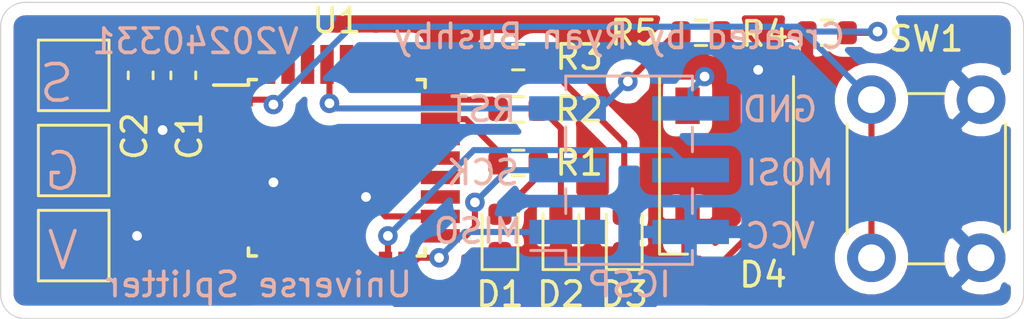
<source format=kicad_pcb>
(kicad_pcb (version 20171130) (host pcbnew "(5.1.10)-1")

  (general
    (thickness 1.6)
    (drawings 21)
    (tracks 155)
    (zones 0)
    (modules 17)
    (nets 33)
  )

  (page A4)
  (layers
    (0 F.Cu signal)
    (31 B.Cu signal)
    (32 B.Adhes user)
    (33 F.Adhes user)
    (34 B.Paste user)
    (35 F.Paste user)
    (36 B.SilkS user)
    (37 F.SilkS user)
    (38 B.Mask user)
    (39 F.Mask user)
    (40 Dwgs.User user)
    (41 Cmts.User user)
    (42 Eco1.User user)
    (43 Eco2.User user)
    (44 Edge.Cuts user)
    (45 Margin user)
    (46 B.CrtYd user)
    (47 F.CrtYd user)
    (48 B.Fab user)
    (49 F.Fab user)
  )

  (setup
    (last_trace_width 0.25)
    (user_trace_width 1)
    (trace_clearance 0.2)
    (zone_clearance 0.508)
    (zone_45_only no)
    (trace_min 0.2)
    (via_size 0.8)
    (via_drill 0.4)
    (via_min_size 0.4)
    (via_min_drill 0.3)
    (uvia_size 0.3)
    (uvia_drill 0.1)
    (uvias_allowed no)
    (uvia_min_size 0.2)
    (uvia_min_drill 0.1)
    (edge_width 0.05)
    (segment_width 0.2)
    (pcb_text_width 0.3)
    (pcb_text_size 1.5 1.5)
    (mod_edge_width 0.12)
    (mod_text_size 1 1)
    (mod_text_width 0.15)
    (pad_size 1.524 1.524)
    (pad_drill 0.762)
    (pad_to_mask_clearance 0)
    (aux_axis_origin 0 0)
    (visible_elements 7FFFFF7F)
    (pcbplotparams
      (layerselection 0x010fc_ffffffff)
      (usegerberextensions false)
      (usegerberattributes true)
      (usegerberadvancedattributes true)
      (creategerberjobfile true)
      (excludeedgelayer true)
      (linewidth 0.100000)
      (plotframeref false)
      (viasonmask false)
      (mode 1)
      (useauxorigin false)
      (hpglpennumber 1)
      (hpglpenspeed 20)
      (hpglpendiameter 15.000000)
      (psnegative false)
      (psa4output false)
      (plotreference true)
      (plotvalue true)
      (plotinvisibletext false)
      (padsonsilk false)
      (subtractmaskfromsilk false)
      (outputformat 1)
      (mirror false)
      (drillshape 1)
      (scaleselection 1)
      (outputdirectory ""))
  )

  (net 0 "")
  (net 1 "Net-(D1-Pad2)")
  (net 2 GND)
  (net 3 "Net-(D2-Pad2)")
  (net 4 "Net-(D3-Pad2)")
  (net 5 "Net-(D4-Pad2)")
  (net 6 Signal)
  (net 7 "Net-(U1-Pad31)")
  (net 8 "Net-(U1-Pad30)")
  (net 9 "Net-(U1-Pad28)")
  (net 10 "Net-(U1-Pad27)")
  (net 11 "Net-(U1-Pad26)")
  (net 12 "Net-(U1-Pad22)")
  (net 13 "Net-(U1-Pad20)")
  (net 14 "Net-(U1-Pad19)")
  (net 15 "Net-(U1-Pad14)")
  (net 16 "Net-(U1-Pad13)")
  (net 17 "Net-(U1-Pad11)")
  (net 18 "Net-(U1-Pad10)")
  (net 19 "Net-(U1-Pad9)")
  (net 20 "Net-(U1-Pad8)")
  (net 21 "Net-(U1-Pad7)")
  (net 22 "Net-(U1-Pad2)")
  (net 23 "Net-(R1-Pad2)")
  (net 24 "Net-(R2-Pad2)")
  (net 25 "Net-(R3-Pad2)")
  (net 26 "Net-(R4-Pad1)")
  (net 27 "Net-(D4-Pad4)")
  (net 28 VCC)
  (net 29 RESET)
  (net 30 MOSI)
  (net 31 SCK)
  (net 32 MISO)

  (net_class Default "This is the default net class."
    (clearance 0.2)
    (trace_width 0.25)
    (via_dia 0.8)
    (via_drill 0.4)
    (uvia_dia 0.3)
    (uvia_drill 0.1)
    (add_net GND)
    (add_net MISO)
    (add_net MOSI)
    (add_net "Net-(D1-Pad2)")
    (add_net "Net-(D2-Pad2)")
    (add_net "Net-(D3-Pad2)")
    (add_net "Net-(D4-Pad2)")
    (add_net "Net-(D4-Pad4)")
    (add_net "Net-(R1-Pad2)")
    (add_net "Net-(R2-Pad2)")
    (add_net "Net-(R3-Pad2)")
    (add_net "Net-(R4-Pad1)")
    (add_net "Net-(U1-Pad10)")
    (add_net "Net-(U1-Pad11)")
    (add_net "Net-(U1-Pad13)")
    (add_net "Net-(U1-Pad14)")
    (add_net "Net-(U1-Pad19)")
    (add_net "Net-(U1-Pad2)")
    (add_net "Net-(U1-Pad20)")
    (add_net "Net-(U1-Pad22)")
    (add_net "Net-(U1-Pad26)")
    (add_net "Net-(U1-Pad27)")
    (add_net "Net-(U1-Pad28)")
    (add_net "Net-(U1-Pad30)")
    (add_net "Net-(U1-Pad31)")
    (add_net "Net-(U1-Pad7)")
    (add_net "Net-(U1-Pad8)")
    (add_net "Net-(U1-Pad9)")
    (add_net RESET)
    (add_net SCK)
    (add_net Signal)
    (add_net VCC)
  )

  (module Resistor_SMD:R_0603_1608Metric (layer F.Cu) (tedit 5F68FEEE) (tstamp 660AC77C)
    (at 155.75 92.25)
    (descr "Resistor SMD 0603 (1608 Metric), square (rectangular) end terminal, IPC_7351 nominal, (Body size source: IPC-SM-782 page 72, https://www.pcb-3d.com/wordpress/wp-content/uploads/ipc-sm-782a_amendment_1_and_2.pdf), generated with kicad-footprint-generator")
    (tags resistor)
    (path /6614C263)
    (attr smd)
    (fp_text reference R5 (at -2.75 0) (layer F.SilkS)
      (effects (font (size 1 1) (thickness 0.15)))
    )
    (fp_text value 10K (at 0 1.43) (layer F.Fab) hide
      (effects (font (size 1 1) (thickness 0.15)))
    )
    (fp_line (start 1.48 0.73) (end -1.48 0.73) (layer F.CrtYd) (width 0.05))
    (fp_line (start 1.48 -0.73) (end 1.48 0.73) (layer F.CrtYd) (width 0.05))
    (fp_line (start -1.48 -0.73) (end 1.48 -0.73) (layer F.CrtYd) (width 0.05))
    (fp_line (start -1.48 0.73) (end -1.48 -0.73) (layer F.CrtYd) (width 0.05))
    (fp_line (start -0.237258 0.5225) (end 0.237258 0.5225) (layer F.SilkS) (width 0.12))
    (fp_line (start -0.237258 -0.5225) (end 0.237258 -0.5225) (layer F.SilkS) (width 0.12))
    (fp_line (start 0.8 0.4125) (end -0.8 0.4125) (layer F.Fab) (width 0.1))
    (fp_line (start 0.8 -0.4125) (end 0.8 0.4125) (layer F.Fab) (width 0.1))
    (fp_line (start -0.8 -0.4125) (end 0.8 -0.4125) (layer F.Fab) (width 0.1))
    (fp_line (start -0.8 0.4125) (end -0.8 -0.4125) (layer F.Fab) (width 0.1))
    (fp_text user %R (at 0 0) (layer F.Fab) hide
      (effects (font (size 0.4 0.4) (thickness 0.06)))
    )
    (pad 2 smd roundrect (at 0.825 0) (size 0.8 0.95) (layers F.Cu F.Paste F.Mask) (roundrect_rratio 0.25)
      (net 28 VCC))
    (pad 1 smd roundrect (at -0.825 0) (size 0.8 0.95) (layers F.Cu F.Paste F.Mask) (roundrect_rratio 0.25)
      (net 29 RESET))
    (model ${KISYS3DMOD}/Resistor_SMD.3dshapes/R_0603_1608Metric.wrl
      (at (xyz 0 0 0))
      (scale (xyz 1 1 1))
      (rotate (xyz 0 0 0))
    )
  )

  (module Capacitor_SMD:C_0603_1608Metric (layer F.Cu) (tedit 5F68FEEE) (tstamp 660AC33C)
    (at 132.75 94 90)
    (descr "Capacitor SMD 0603 (1608 Metric), square (rectangular) end terminal, IPC_7351 nominal, (Body size source: IPC-SM-782 page 76, https://www.pcb-3d.com/wordpress/wp-content/uploads/ipc-sm-782a_amendment_1_and_2.pdf), generated with kicad-footprint-generator")
    (tags capacitor)
    (path /6614F2DE)
    (attr smd)
    (fp_text reference C2 (at -2.5 -0.25 90) (layer F.SilkS)
      (effects (font (size 1 1) (thickness 0.15)))
    )
    (fp_text value 100nF (at 0 1.43 90) (layer F.Fab) hide
      (effects (font (size 1 1) (thickness 0.15)))
    )
    (fp_line (start 1.48 0.73) (end -1.48 0.73) (layer F.CrtYd) (width 0.05))
    (fp_line (start 1.48 -0.73) (end 1.48 0.73) (layer F.CrtYd) (width 0.05))
    (fp_line (start -1.48 -0.73) (end 1.48 -0.73) (layer F.CrtYd) (width 0.05))
    (fp_line (start -1.48 0.73) (end -1.48 -0.73) (layer F.CrtYd) (width 0.05))
    (fp_line (start -0.14058 0.51) (end 0.14058 0.51) (layer F.SilkS) (width 0.12))
    (fp_line (start -0.14058 -0.51) (end 0.14058 -0.51) (layer F.SilkS) (width 0.12))
    (fp_line (start 0.8 0.4) (end -0.8 0.4) (layer F.Fab) (width 0.1))
    (fp_line (start 0.8 -0.4) (end 0.8 0.4) (layer F.Fab) (width 0.1))
    (fp_line (start -0.8 -0.4) (end 0.8 -0.4) (layer F.Fab) (width 0.1))
    (fp_line (start -0.8 0.4) (end -0.8 -0.4) (layer F.Fab) (width 0.1))
    (fp_text user %R (at 0 0 90) (layer F.Fab) hide
      (effects (font (size 0.4 0.4) (thickness 0.06)))
    )
    (pad 2 smd roundrect (at 0.775 0 90) (size 0.9 0.95) (layers F.Cu F.Paste F.Mask) (roundrect_rratio 0.25)
      (net 2 GND))
    (pad 1 smd roundrect (at -0.775 0 90) (size 0.9 0.95) (layers F.Cu F.Paste F.Mask) (roundrect_rratio 0.25)
      (net 28 VCC))
    (model ${KISYS3DMOD}/Capacitor_SMD.3dshapes/C_0603_1608Metric.wrl
      (at (xyz 0 0 0))
      (scale (xyz 1 1 1))
      (rotate (xyz 0 0 0))
    )
  )

  (module Capacitor_SMD:C_0603_1608Metric (layer F.Cu) (tedit 5F68FEEE) (tstamp 660ABFD6)
    (at 134.5 94 90)
    (descr "Capacitor SMD 0603 (1608 Metric), square (rectangular) end terminal, IPC_7351 nominal, (Body size source: IPC-SM-782 page 76, https://www.pcb-3d.com/wordpress/wp-content/uploads/ipc-sm-782a_amendment_1_and_2.pdf), generated with kicad-footprint-generator")
    (tags capacitor)
    (path /661508BE)
    (attr smd)
    (fp_text reference C1 (at -2.5 0.25 90) (layer F.SilkS)
      (effects (font (size 1 1) (thickness 0.15)))
    )
    (fp_text value 10uF (at 0 1.43 90) (layer F.Fab) hide
      (effects (font (size 1 1) (thickness 0.15)))
    )
    (fp_line (start 1.48 0.73) (end -1.48 0.73) (layer F.CrtYd) (width 0.05))
    (fp_line (start 1.48 -0.73) (end 1.48 0.73) (layer F.CrtYd) (width 0.05))
    (fp_line (start -1.48 -0.73) (end 1.48 -0.73) (layer F.CrtYd) (width 0.05))
    (fp_line (start -1.48 0.73) (end -1.48 -0.73) (layer F.CrtYd) (width 0.05))
    (fp_line (start -0.14058 0.51) (end 0.14058 0.51) (layer F.SilkS) (width 0.12))
    (fp_line (start -0.14058 -0.51) (end 0.14058 -0.51) (layer F.SilkS) (width 0.12))
    (fp_line (start 0.8 0.4) (end -0.8 0.4) (layer F.Fab) (width 0.1))
    (fp_line (start 0.8 -0.4) (end 0.8 0.4) (layer F.Fab) (width 0.1))
    (fp_line (start -0.8 -0.4) (end 0.8 -0.4) (layer F.Fab) (width 0.1))
    (fp_line (start -0.8 0.4) (end -0.8 -0.4) (layer F.Fab) (width 0.1))
    (fp_text user %R (at 0 0 90) (layer F.Fab) hide
      (effects (font (size 0.4 0.4) (thickness 0.06)))
    )
    (pad 2 smd roundrect (at 0.775 0 90) (size 0.9 0.95) (layers F.Cu F.Paste F.Mask) (roundrect_rratio 0.25)
      (net 2 GND))
    (pad 1 smd roundrect (at -0.775 0 90) (size 0.9 0.95) (layers F.Cu F.Paste F.Mask) (roundrect_rratio 0.25)
      (net 28 VCC))
    (model ${KISYS3DMOD}/Capacitor_SMD.3dshapes/C_0603_1608Metric.wrl
      (at (xyz 0 0 0))
      (scale (xyz 1 1 1))
      (rotate (xyz 0 0 0))
    )
  )

  (module TestPoint:TestPoint_Pad_2.5x2.5mm (layer F.Cu) (tedit 5A0F774F) (tstamp 660AB8A4)
    (at 130 94 90)
    (descr "SMD rectangular pad as test Point, square 2.5mm side length")
    (tags "test point SMD pad rectangle square")
    (path /66141173)
    (attr virtual)
    (fp_text reference TP3 (at 0 -2.148 90) (layer F.SilkS) hide
      (effects (font (size 1 1) (thickness 0.15)))
    )
    (fp_text value Signal (at 0 2.25 90) (layer F.Fab) hide
      (effects (font (size 1 1) (thickness 0.15)))
    )
    (fp_line (start 1.75 1.75) (end -1.75 1.75) (layer F.CrtYd) (width 0.05))
    (fp_line (start 1.75 1.75) (end 1.75 -1.75) (layer F.CrtYd) (width 0.05))
    (fp_line (start -1.75 -1.75) (end -1.75 1.75) (layer F.CrtYd) (width 0.05))
    (fp_line (start -1.75 -1.75) (end 1.75 -1.75) (layer F.CrtYd) (width 0.05))
    (fp_line (start -1.45 1.45) (end -1.45 -1.45) (layer F.SilkS) (width 0.12))
    (fp_line (start 1.45 1.45) (end -1.45 1.45) (layer F.SilkS) (width 0.12))
    (fp_line (start 1.45 -1.45) (end 1.45 1.45) (layer F.SilkS) (width 0.12))
    (fp_line (start -1.45 -1.45) (end 1.45 -1.45) (layer F.SilkS) (width 0.12))
    (fp_text user %R (at 0 -2.15 90) (layer F.Fab) hide
      (effects (font (size 1 1) (thickness 0.15)))
    )
    (pad 1 smd rect (at 0 0 90) (size 2.5 2.5) (layers F.Cu F.Mask)
      (net 6 Signal))
  )

  (module TestPoint:TestPoint_Pad_2.5x2.5mm (layer F.Cu) (tedit 5A0F774F) (tstamp 660AB896)
    (at 130 97.5 90)
    (descr "SMD rectangular pad as test Point, square 2.5mm side length")
    (tags "test point SMD pad rectangle square")
    (path /66140752)
    (attr virtual)
    (fp_text reference TP2 (at 0 -2.148 90) (layer F.SilkS) hide
      (effects (font (size 1 1) (thickness 0.15)))
    )
    (fp_text value GND (at 0 2.25 90) (layer F.Fab) hide
      (effects (font (size 1 1) (thickness 0.15)))
    )
    (fp_line (start 1.75 1.75) (end -1.75 1.75) (layer F.CrtYd) (width 0.05))
    (fp_line (start 1.75 1.75) (end 1.75 -1.75) (layer F.CrtYd) (width 0.05))
    (fp_line (start -1.75 -1.75) (end -1.75 1.75) (layer F.CrtYd) (width 0.05))
    (fp_line (start -1.75 -1.75) (end 1.75 -1.75) (layer F.CrtYd) (width 0.05))
    (fp_line (start -1.45 1.45) (end -1.45 -1.45) (layer F.SilkS) (width 0.12))
    (fp_line (start 1.45 1.45) (end -1.45 1.45) (layer F.SilkS) (width 0.12))
    (fp_line (start 1.45 -1.45) (end 1.45 1.45) (layer F.SilkS) (width 0.12))
    (fp_line (start -1.45 -1.45) (end 1.45 -1.45) (layer F.SilkS) (width 0.12))
    (fp_text user %R (at 0 -2.15 90) (layer F.Fab) hide
      (effects (font (size 1 1) (thickness 0.15)))
    )
    (pad 1 smd rect (at 0 0 90) (size 2.5 2.5) (layers F.Cu F.Mask)
      (net 2 GND))
  )

  (module TestPoint:TestPoint_Pad_2.5x2.5mm (layer F.Cu) (tedit 5A0F774F) (tstamp 660AB888)
    (at 130 101 90)
    (descr "SMD rectangular pad as test Point, square 2.5mm side length")
    (tags "test point SMD pad rectangle square")
    (path /6613F5A4)
    (attr virtual)
    (fp_text reference TP1 (at 0 -2.148 90) (layer F.SilkS) hide
      (effects (font (size 1 1) (thickness 0.15)))
    )
    (fp_text value VCC (at 0 2.25 90) (layer F.Fab) hide
      (effects (font (size 1 1) (thickness 0.15)))
    )
    (fp_line (start 1.75 1.75) (end -1.75 1.75) (layer F.CrtYd) (width 0.05))
    (fp_line (start 1.75 1.75) (end 1.75 -1.75) (layer F.CrtYd) (width 0.05))
    (fp_line (start -1.75 -1.75) (end -1.75 1.75) (layer F.CrtYd) (width 0.05))
    (fp_line (start -1.75 -1.75) (end 1.75 -1.75) (layer F.CrtYd) (width 0.05))
    (fp_line (start -1.45 1.45) (end -1.45 -1.45) (layer F.SilkS) (width 0.12))
    (fp_line (start 1.45 1.45) (end -1.45 1.45) (layer F.SilkS) (width 0.12))
    (fp_line (start 1.45 -1.45) (end 1.45 1.45) (layer F.SilkS) (width 0.12))
    (fp_line (start -1.45 -1.45) (end 1.45 -1.45) (layer F.SilkS) (width 0.12))
    (fp_text user %R (at 0 -2.15 90) (layer F.Fab) hide
      (effects (font (size 1 1) (thickness 0.15)))
    )
    (pad 1 smd rect (at 0 0 90) (size 2.5 2.5) (layers F.Cu F.Mask)
      (net 28 VCC))
  )

  (module Connector_PinHeader_2.54mm:PinHeader_2x03_P2.54mm_Vertical_SMD (layer B.Cu) (tedit 59FED5CC) (tstamp 660A9E72)
    (at 152.8 97.9)
    (descr "surface-mounted straight pin header, 2x03, 2.54mm pitch, double rows")
    (tags "Surface mounted pin header SMD 2x03 2.54mm double row")
    (path /66119CD0)
    (attr smd)
    (fp_text reference J2 (at 0 4.87) (layer B.SilkS) hide
      (effects (font (size 1 1) (thickness 0.15)) (justify mirror))
    )
    (fp_text value AVR-ISP-6 (at 0 -4.87) (layer B.Fab) hide
      (effects (font (size 1 1) (thickness 0.15)) (justify mirror))
    )
    (fp_line (start 5.9 4.35) (end -5.9 4.35) (layer B.CrtYd) (width 0.05))
    (fp_line (start 5.9 -4.35) (end 5.9 4.35) (layer B.CrtYd) (width 0.05))
    (fp_line (start -5.9 -4.35) (end 5.9 -4.35) (layer B.CrtYd) (width 0.05))
    (fp_line (start -5.9 4.35) (end -5.9 -4.35) (layer B.CrtYd) (width 0.05))
    (fp_line (start 2.6 -0.76) (end 2.6 -1.78) (layer B.SilkS) (width 0.12))
    (fp_line (start -2.6 -0.76) (end -2.6 -1.78) (layer B.SilkS) (width 0.12))
    (fp_line (start 2.6 1.78) (end 2.6 0.76) (layer B.SilkS) (width 0.12))
    (fp_line (start -2.6 1.78) (end -2.6 0.76) (layer B.SilkS) (width 0.12))
    (fp_line (start 2.6 -3.3) (end 2.6 -3.87) (layer B.SilkS) (width 0.12))
    (fp_line (start -2.6 -3.3) (end -2.6 -3.87) (layer B.SilkS) (width 0.12))
    (fp_line (start 2.6 3.87) (end 2.6 3.3) (layer B.SilkS) (width 0.12))
    (fp_line (start -2.6 3.87) (end -2.6 3.3) (layer B.SilkS) (width 0.12))
    (fp_line (start -4.04 3.3) (end -2.6 3.3) (layer B.SilkS) (width 0.12))
    (fp_line (start -2.6 -3.87) (end 2.6 -3.87) (layer B.SilkS) (width 0.12))
    (fp_line (start -2.6 3.87) (end 2.6 3.87) (layer B.SilkS) (width 0.12))
    (fp_line (start 3.6 -2.86) (end 2.54 -2.86) (layer B.Fab) (width 0.1))
    (fp_line (start 3.6 -2.22) (end 3.6 -2.86) (layer B.Fab) (width 0.1))
    (fp_line (start 2.54 -2.22) (end 3.6 -2.22) (layer B.Fab) (width 0.1))
    (fp_line (start -3.6 -2.86) (end -2.54 -2.86) (layer B.Fab) (width 0.1))
    (fp_line (start -3.6 -2.22) (end -3.6 -2.86) (layer B.Fab) (width 0.1))
    (fp_line (start -2.54 -2.22) (end -3.6 -2.22) (layer B.Fab) (width 0.1))
    (fp_line (start 3.6 -0.32) (end 2.54 -0.32) (layer B.Fab) (width 0.1))
    (fp_line (start 3.6 0.32) (end 3.6 -0.32) (layer B.Fab) (width 0.1))
    (fp_line (start 2.54 0.32) (end 3.6 0.32) (layer B.Fab) (width 0.1))
    (fp_line (start -3.6 -0.32) (end -2.54 -0.32) (layer B.Fab) (width 0.1))
    (fp_line (start -3.6 0.32) (end -3.6 -0.32) (layer B.Fab) (width 0.1))
    (fp_line (start -2.54 0.32) (end -3.6 0.32) (layer B.Fab) (width 0.1))
    (fp_line (start 3.6 2.22) (end 2.54 2.22) (layer B.Fab) (width 0.1))
    (fp_line (start 3.6 2.86) (end 3.6 2.22) (layer B.Fab) (width 0.1))
    (fp_line (start 2.54 2.86) (end 3.6 2.86) (layer B.Fab) (width 0.1))
    (fp_line (start -3.6 2.22) (end -2.54 2.22) (layer B.Fab) (width 0.1))
    (fp_line (start -3.6 2.86) (end -3.6 2.22) (layer B.Fab) (width 0.1))
    (fp_line (start -2.54 2.86) (end -3.6 2.86) (layer B.Fab) (width 0.1))
    (fp_line (start 2.54 3.81) (end 2.54 -3.81) (layer B.Fab) (width 0.1))
    (fp_line (start -2.54 2.86) (end -1.59 3.81) (layer B.Fab) (width 0.1))
    (fp_line (start -2.54 -3.81) (end -2.54 2.86) (layer B.Fab) (width 0.1))
    (fp_line (start -1.59 3.81) (end 2.54 3.81) (layer B.Fab) (width 0.1))
    (fp_line (start 2.54 -3.81) (end -2.54 -3.81) (layer B.Fab) (width 0.1))
    (fp_text user %R (at 0 0 270) (layer B.Fab) hide
      (effects (font (size 1 1) (thickness 0.15)) (justify mirror))
    )
    (pad 6 smd rect (at 2.525 -2.54) (size 3.15 1) (layers B.Cu B.Paste B.Mask)
      (net 2 GND))
    (pad 5 smd rect (at -2.525 -2.54) (size 3.15 1) (layers B.Cu B.Paste B.Mask)
      (net 29 RESET))
    (pad 4 smd rect (at 2.525 0) (size 3.15 1) (layers B.Cu B.Paste B.Mask)
      (net 30 MOSI))
    (pad 3 smd rect (at -2.525 0) (size 3.15 1) (layers B.Cu B.Paste B.Mask)
      (net 31 SCK))
    (pad 2 smd rect (at 2.525 2.54) (size 3.15 1) (layers B.Cu B.Paste B.Mask)
      (net 28 VCC))
    (pad 1 smd rect (at -2.525 2.54) (size 3.15 1) (layers B.Cu B.Paste B.Mask)
      (net 32 MISO))
  )

  (module Resistor_SMD:R_0603_1608Metric (layer F.Cu) (tedit 5F68FEEE) (tstamp 660A74B4)
    (at 160.925 92.25 180)
    (descr "Resistor SMD 0603 (1608 Metric), square (rectangular) end terminal, IPC_7351 nominal, (Body size source: IPC-SM-782 page 72, https://www.pcb-3d.com/wordpress/wp-content/uploads/ipc-sm-782a_amendment_1_and_2.pdf), generated with kicad-footprint-generator")
    (tags resistor)
    (path /660AD2B8)
    (attr smd)
    (fp_text reference R4 (at 2.55 -0.05) (layer F.SilkS)
      (effects (font (size 1 1) (thickness 0.15)))
    )
    (fp_text value 10K (at 0 1.43) (layer F.Fab) hide
      (effects (font (size 1 1) (thickness 0.15)))
    )
    (fp_line (start 1.48 0.73) (end -1.48 0.73) (layer F.CrtYd) (width 0.05))
    (fp_line (start 1.48 -0.73) (end 1.48 0.73) (layer F.CrtYd) (width 0.05))
    (fp_line (start -1.48 -0.73) (end 1.48 -0.73) (layer F.CrtYd) (width 0.05))
    (fp_line (start -1.48 0.73) (end -1.48 -0.73) (layer F.CrtYd) (width 0.05))
    (fp_line (start -0.237258 0.5225) (end 0.237258 0.5225) (layer F.SilkS) (width 0.12))
    (fp_line (start -0.237258 -0.5225) (end 0.237258 -0.5225) (layer F.SilkS) (width 0.12))
    (fp_line (start 0.8 0.4125) (end -0.8 0.4125) (layer F.Fab) (width 0.1))
    (fp_line (start 0.8 -0.4125) (end 0.8 0.4125) (layer F.Fab) (width 0.1))
    (fp_line (start -0.8 -0.4125) (end 0.8 -0.4125) (layer F.Fab) (width 0.1))
    (fp_line (start -0.8 0.4125) (end -0.8 -0.4125) (layer F.Fab) (width 0.1))
    (fp_text user %R (at 0 0) (layer F.Fab) hide
      (effects (font (size 0.4 0.4) (thickness 0.06)))
    )
    (pad 2 smd roundrect (at 0.825 0 180) (size 0.8 0.95) (layers F.Cu F.Paste F.Mask) (roundrect_rratio 0.25)
      (net 2 GND))
    (pad 1 smd roundrect (at -0.825 0 180) (size 0.8 0.95) (layers F.Cu F.Paste F.Mask) (roundrect_rratio 0.25)
      (net 26 "Net-(R4-Pad1)"))
    (model ${KISYS3DMOD}/Resistor_SMD.3dshapes/R_0603_1608Metric.wrl
      (at (xyz 0 0 0))
      (scale (xyz 1 1 1))
      (rotate (xyz 0 0 0))
    )
  )

  (module Resistor_SMD:R_0603_1608Metric (layer F.Cu) (tedit 5F68FEEE) (tstamp 660A6A0A)
    (at 148.25 93.25 180)
    (descr "Resistor SMD 0603 (1608 Metric), square (rectangular) end terminal, IPC_7351 nominal, (Body size source: IPC-SM-782 page 72, https://www.pcb-3d.com/wordpress/wp-content/uploads/ipc-sm-782a_amendment_1_and_2.pdf), generated with kicad-footprint-generator")
    (tags resistor)
    (path /66100249)
    (attr smd)
    (fp_text reference R3 (at -2.5 0) (layer F.SilkS)
      (effects (font (size 1 1) (thickness 0.15)))
    )
    (fp_text value 200R (at 0 1.43) (layer F.Fab) hide
      (effects (font (size 1 1) (thickness 0.15)))
    )
    (fp_line (start 1.48 0.73) (end -1.48 0.73) (layer F.CrtYd) (width 0.05))
    (fp_line (start 1.48 -0.73) (end 1.48 0.73) (layer F.CrtYd) (width 0.05))
    (fp_line (start -1.48 -0.73) (end 1.48 -0.73) (layer F.CrtYd) (width 0.05))
    (fp_line (start -1.48 0.73) (end -1.48 -0.73) (layer F.CrtYd) (width 0.05))
    (fp_line (start -0.237258 0.5225) (end 0.237258 0.5225) (layer F.SilkS) (width 0.12))
    (fp_line (start -0.237258 -0.5225) (end 0.237258 -0.5225) (layer F.SilkS) (width 0.12))
    (fp_line (start 0.8 0.4125) (end -0.8 0.4125) (layer F.Fab) (width 0.1))
    (fp_line (start 0.8 -0.4125) (end 0.8 0.4125) (layer F.Fab) (width 0.1))
    (fp_line (start -0.8 -0.4125) (end 0.8 -0.4125) (layer F.Fab) (width 0.1))
    (fp_line (start -0.8 0.4125) (end -0.8 -0.4125) (layer F.Fab) (width 0.1))
    (fp_text user %R (at 0 0) (layer F.Fab) hide
      (effects (font (size 0.4 0.4) (thickness 0.06)))
    )
    (pad 2 smd roundrect (at 0.825 0 180) (size 0.8 0.95) (layers F.Cu F.Paste F.Mask) (roundrect_rratio 0.25)
      (net 25 "Net-(R3-Pad2)"))
    (pad 1 smd roundrect (at -0.825 0 180) (size 0.8 0.95) (layers F.Cu F.Paste F.Mask) (roundrect_rratio 0.25)
      (net 4 "Net-(D3-Pad2)"))
    (model ${KISYS3DMOD}/Resistor_SMD.3dshapes/R_0603_1608Metric.wrl
      (at (xyz 0 0 0))
      (scale (xyz 1 1 1))
      (rotate (xyz 0 0 0))
    )
  )

  (module Resistor_SMD:R_0603_1608Metric (layer F.Cu) (tedit 5F68FEEE) (tstamp 660A6C99)
    (at 148.25 95.4 180)
    (descr "Resistor SMD 0603 (1608 Metric), square (rectangular) end terminal, IPC_7351 nominal, (Body size source: IPC-SM-782 page 72, https://www.pcb-3d.com/wordpress/wp-content/uploads/ipc-sm-782a_amendment_1_and_2.pdf), generated with kicad-footprint-generator")
    (tags resistor)
    (path /660FFF15)
    (attr smd)
    (fp_text reference R2 (at -2.5 0) (layer F.SilkS)
      (effects (font (size 1 1) (thickness 0.15)))
    )
    (fp_text value 200R (at 0 1.43) (layer F.Fab) hide
      (effects (font (size 1 1) (thickness 0.15)))
    )
    (fp_line (start 1.48 0.73) (end -1.48 0.73) (layer F.CrtYd) (width 0.05))
    (fp_line (start 1.48 -0.73) (end 1.48 0.73) (layer F.CrtYd) (width 0.05))
    (fp_line (start -1.48 -0.73) (end 1.48 -0.73) (layer F.CrtYd) (width 0.05))
    (fp_line (start -1.48 0.73) (end -1.48 -0.73) (layer F.CrtYd) (width 0.05))
    (fp_line (start -0.237258 0.5225) (end 0.237258 0.5225) (layer F.SilkS) (width 0.12))
    (fp_line (start -0.237258 -0.5225) (end 0.237258 -0.5225) (layer F.SilkS) (width 0.12))
    (fp_line (start 0.8 0.4125) (end -0.8 0.4125) (layer F.Fab) (width 0.1))
    (fp_line (start 0.8 -0.4125) (end 0.8 0.4125) (layer F.Fab) (width 0.1))
    (fp_line (start -0.8 -0.4125) (end 0.8 -0.4125) (layer F.Fab) (width 0.1))
    (fp_line (start -0.8 0.4125) (end -0.8 -0.4125) (layer F.Fab) (width 0.1))
    (fp_text user %R (at 0 0) (layer F.Fab) hide
      (effects (font (size 0.4 0.4) (thickness 0.06)))
    )
    (pad 2 smd roundrect (at 0.825 0 180) (size 0.8 0.95) (layers F.Cu F.Paste F.Mask) (roundrect_rratio 0.25)
      (net 24 "Net-(R2-Pad2)"))
    (pad 1 smd roundrect (at -0.825 0 180) (size 0.8 0.95) (layers F.Cu F.Paste F.Mask) (roundrect_rratio 0.25)
      (net 3 "Net-(D2-Pad2)"))
    (model ${KISYS3DMOD}/Resistor_SMD.3dshapes/R_0603_1608Metric.wrl
      (at (xyz 0 0 0))
      (scale (xyz 1 1 1))
      (rotate (xyz 0 0 0))
    )
  )

  (module Resistor_SMD:R_0603_1608Metric (layer F.Cu) (tedit 5F68FEEE) (tstamp 660A69E8)
    (at 148.25 97.6 180)
    (descr "Resistor SMD 0603 (1608 Metric), square (rectangular) end terminal, IPC_7351 nominal, (Body size source: IPC-SM-782 page 72, https://www.pcb-3d.com/wordpress/wp-content/uploads/ipc-sm-782a_amendment_1_and_2.pdf), generated with kicad-footprint-generator")
    (tags resistor)
    (path /660F9717)
    (attr smd)
    (fp_text reference R1 (at -2.5 0) (layer F.SilkS)
      (effects (font (size 1 1) (thickness 0.15)))
    )
    (fp_text value 200R (at 0 1.43) (layer F.Fab) hide
      (effects (font (size 1 1) (thickness 0.15)))
    )
    (fp_line (start 1.48 0.73) (end -1.48 0.73) (layer F.CrtYd) (width 0.05))
    (fp_line (start 1.48 -0.73) (end 1.48 0.73) (layer F.CrtYd) (width 0.05))
    (fp_line (start -1.48 -0.73) (end 1.48 -0.73) (layer F.CrtYd) (width 0.05))
    (fp_line (start -1.48 0.73) (end -1.48 -0.73) (layer F.CrtYd) (width 0.05))
    (fp_line (start -0.237258 0.5225) (end 0.237258 0.5225) (layer F.SilkS) (width 0.12))
    (fp_line (start -0.237258 -0.5225) (end 0.237258 -0.5225) (layer F.SilkS) (width 0.12))
    (fp_line (start 0.8 0.4125) (end -0.8 0.4125) (layer F.Fab) (width 0.1))
    (fp_line (start 0.8 -0.4125) (end 0.8 0.4125) (layer F.Fab) (width 0.1))
    (fp_line (start -0.8 -0.4125) (end 0.8 -0.4125) (layer F.Fab) (width 0.1))
    (fp_line (start -0.8 0.4125) (end -0.8 -0.4125) (layer F.Fab) (width 0.1))
    (fp_text user %R (at 0 0) (layer F.Fab) hide
      (effects (font (size 0.4 0.4) (thickness 0.06)))
    )
    (pad 2 smd roundrect (at 0.825 0 180) (size 0.8 0.95) (layers F.Cu F.Paste F.Mask) (roundrect_rratio 0.25)
      (net 23 "Net-(R1-Pad2)"))
    (pad 1 smd roundrect (at -0.825 0 180) (size 0.8 0.95) (layers F.Cu F.Paste F.Mask) (roundrect_rratio 0.25)
      (net 1 "Net-(D1-Pad2)"))
    (model ${KISYS3DMOD}/Resistor_SMD.3dshapes/R_0603_1608Metric.wrl
      (at (xyz 0 0 0))
      (scale (xyz 1 1 1))
      (rotate (xyz 0 0 0))
    )
  )

  (module LED_SMD:LED_0603_1608Metric (layer F.Cu) (tedit 5F68FEF1) (tstamp 660A6983)
    (at 152.6 100.5 90)
    (descr "LED SMD 0603 (1608 Metric), square (rectangular) end terminal, IPC_7351 nominal, (Body size source: http://www.tortai-tech.com/upload/download/2011102023233369053.pdf), generated with kicad-footprint-generator")
    (tags LED)
    (path /6610203C)
    (attr smd)
    (fp_text reference D3 (at -2.5 0 180) (layer F.SilkS)
      (effects (font (size 1 1) (thickness 0.15)))
    )
    (fp_text value LED_Small (at 0 1.43 90) (layer F.Fab) hide
      (effects (font (size 1 1) (thickness 0.15)))
    )
    (fp_line (start 1.48 0.73) (end -1.48 0.73) (layer F.CrtYd) (width 0.05))
    (fp_line (start 1.48 -0.73) (end 1.48 0.73) (layer F.CrtYd) (width 0.05))
    (fp_line (start -1.48 -0.73) (end 1.48 -0.73) (layer F.CrtYd) (width 0.05))
    (fp_line (start -1.48 0.73) (end -1.48 -0.73) (layer F.CrtYd) (width 0.05))
    (fp_line (start -1.485 0.735) (end 0.8 0.735) (layer F.SilkS) (width 0.12))
    (fp_line (start -1.485 -0.735) (end -1.485 0.735) (layer F.SilkS) (width 0.12))
    (fp_line (start 0.8 -0.735) (end -1.485 -0.735) (layer F.SilkS) (width 0.12))
    (fp_line (start 0.8 0.4) (end 0.8 -0.4) (layer F.Fab) (width 0.1))
    (fp_line (start -0.8 0.4) (end 0.8 0.4) (layer F.Fab) (width 0.1))
    (fp_line (start -0.8 -0.1) (end -0.8 0.4) (layer F.Fab) (width 0.1))
    (fp_line (start -0.5 -0.4) (end -0.8 -0.1) (layer F.Fab) (width 0.1))
    (fp_line (start 0.8 -0.4) (end -0.5 -0.4) (layer F.Fab) (width 0.1))
    (fp_text user %R (at 0 0 90) (layer F.Fab) hide
      (effects (font (size 0.4 0.4) (thickness 0.06)))
    )
    (pad 2 smd roundrect (at 0.7875 0 90) (size 0.875 0.95) (layers F.Cu F.Paste F.Mask) (roundrect_rratio 0.25)
      (net 4 "Net-(D3-Pad2)"))
    (pad 1 smd roundrect (at -0.7875 0 90) (size 0.875 0.95) (layers F.Cu F.Paste F.Mask) (roundrect_rratio 0.25)
      (net 2 GND))
    (model ${KISYS3DMOD}/LED_SMD.3dshapes/LED_0603_1608Metric.wrl
      (at (xyz 0 0 0))
      (scale (xyz 1 1 1))
      (rotate (xyz 0 0 0))
    )
  )

  (module LED_SMD:LED_0603_1608Metric (layer F.Cu) (tedit 5F68FEF1) (tstamp 660A6970)
    (at 150 100.5 90)
    (descr "LED SMD 0603 (1608 Metric), square (rectangular) end terminal, IPC_7351 nominal, (Body size source: http://www.tortai-tech.com/upload/download/2011102023233369053.pdf), generated with kicad-footprint-generator")
    (tags LED)
    (path /66101CF7)
    (attr smd)
    (fp_text reference D2 (at -2.5 0 180) (layer F.SilkS)
      (effects (font (size 1 1) (thickness 0.15)))
    )
    (fp_text value LED_Small (at 0 1.43 90) (layer F.Fab) hide
      (effects (font (size 1 1) (thickness 0.15)))
    )
    (fp_line (start 1.48 0.73) (end -1.48 0.73) (layer F.CrtYd) (width 0.05))
    (fp_line (start 1.48 -0.73) (end 1.48 0.73) (layer F.CrtYd) (width 0.05))
    (fp_line (start -1.48 -0.73) (end 1.48 -0.73) (layer F.CrtYd) (width 0.05))
    (fp_line (start -1.48 0.73) (end -1.48 -0.73) (layer F.CrtYd) (width 0.05))
    (fp_line (start -1.485 0.735) (end 0.8 0.735) (layer F.SilkS) (width 0.12))
    (fp_line (start -1.485 -0.735) (end -1.485 0.735) (layer F.SilkS) (width 0.12))
    (fp_line (start 0.8 -0.735) (end -1.485 -0.735) (layer F.SilkS) (width 0.12))
    (fp_line (start 0.8 0.4) (end 0.8 -0.4) (layer F.Fab) (width 0.1))
    (fp_line (start -0.8 0.4) (end 0.8 0.4) (layer F.Fab) (width 0.1))
    (fp_line (start -0.8 -0.1) (end -0.8 0.4) (layer F.Fab) (width 0.1))
    (fp_line (start -0.5 -0.4) (end -0.8 -0.1) (layer F.Fab) (width 0.1))
    (fp_line (start 0.8 -0.4) (end -0.5 -0.4) (layer F.Fab) (width 0.1))
    (fp_text user %R (at 0 0 90) (layer F.Fab) hide
      (effects (font (size 0.4 0.4) (thickness 0.06)))
    )
    (pad 2 smd roundrect (at 0.7875 0 90) (size 0.875 0.95) (layers F.Cu F.Paste F.Mask) (roundrect_rratio 0.25)
      (net 3 "Net-(D2-Pad2)"))
    (pad 1 smd roundrect (at -0.7875 0 90) (size 0.875 0.95) (layers F.Cu F.Paste F.Mask) (roundrect_rratio 0.25)
      (net 2 GND))
    (model ${KISYS3DMOD}/LED_SMD.3dshapes/LED_0603_1608Metric.wrl
      (at (xyz 0 0 0))
      (scale (xyz 1 1 1))
      (rotate (xyz 0 0 0))
    )
  )

  (module LED_SMD:LED_0603_1608Metric (layer F.Cu) (tedit 5F68FEF1) (tstamp 660A695D)
    (at 147.5 100.5 90)
    (descr "LED SMD 0603 (1608 Metric), square (rectangular) end terminal, IPC_7351 nominal, (Body size source: http://www.tortai-tech.com/upload/download/2011102023233369053.pdf), generated with kicad-footprint-generator")
    (tags LED)
    (path /660FDF4C)
    (attr smd)
    (fp_text reference D1 (at -2.5 0 180) (layer F.SilkS)
      (effects (font (size 1 1) (thickness 0.15)))
    )
    (fp_text value LED_Small (at 0 1.43 90) (layer F.Fab) hide
      (effects (font (size 1 1) (thickness 0.15)))
    )
    (fp_line (start 1.48 0.73) (end -1.48 0.73) (layer F.CrtYd) (width 0.05))
    (fp_line (start 1.48 -0.73) (end 1.48 0.73) (layer F.CrtYd) (width 0.05))
    (fp_line (start -1.48 -0.73) (end 1.48 -0.73) (layer F.CrtYd) (width 0.05))
    (fp_line (start -1.48 0.73) (end -1.48 -0.73) (layer F.CrtYd) (width 0.05))
    (fp_line (start -1.485 0.735) (end 0.8 0.735) (layer F.SilkS) (width 0.12))
    (fp_line (start -1.485 -0.735) (end -1.485 0.735) (layer F.SilkS) (width 0.12))
    (fp_line (start 0.8 -0.735) (end -1.485 -0.735) (layer F.SilkS) (width 0.12))
    (fp_line (start 0.8 0.4) (end 0.8 -0.4) (layer F.Fab) (width 0.1))
    (fp_line (start -0.8 0.4) (end 0.8 0.4) (layer F.Fab) (width 0.1))
    (fp_line (start -0.8 -0.1) (end -0.8 0.4) (layer F.Fab) (width 0.1))
    (fp_line (start -0.5 -0.4) (end -0.8 -0.1) (layer F.Fab) (width 0.1))
    (fp_line (start 0.8 -0.4) (end -0.5 -0.4) (layer F.Fab) (width 0.1))
    (fp_text user %R (at 0 0 90) (layer F.Fab) hide
      (effects (font (size 0.4 0.4) (thickness 0.06)))
    )
    (pad 2 smd roundrect (at 0.7875 0 90) (size 0.875 0.95) (layers F.Cu F.Paste F.Mask) (roundrect_rratio 0.25)
      (net 1 "Net-(D1-Pad2)"))
    (pad 1 smd roundrect (at -0.7875 0 90) (size 0.875 0.95) (layers F.Cu F.Paste F.Mask) (roundrect_rratio 0.25)
      (net 2 GND))
    (model ${KISYS3DMOD}/LED_SMD.3dshapes/LED_0603_1608Metric.wrl
      (at (xyz 0 0 0))
      (scale (xyz 1 1 1))
      (rotate (xyz 0 0 0))
    )
  )

  (module LED_SMD:LED_WS2812B_PLCC4_5.0x5.0mm_P3.2mm (layer F.Cu) (tedit 5AA4B285) (tstamp 660A694A)
    (at 156.8 97.7 270)
    (descr https://cdn-shop.adafruit.com/datasheets/WS2812B.pdf)
    (tags "LED RGB NeoPixel")
    (path /660C998D)
    (attr smd)
    (fp_text reference D4 (at 4.5 -1.5 180) (layer F.SilkS)
      (effects (font (size 1 1) (thickness 0.15)))
    )
    (fp_text value WS2812B (at 0 4 90) (layer F.Fab) hide
      (effects (font (size 1 1) (thickness 0.15)))
    )
    (fp_circle (center 0 0) (end 0 -2) (layer F.Fab) (width 0.1))
    (fp_line (start 3.65 2.75) (end 3.65 1.6) (layer F.SilkS) (width 0.12))
    (fp_line (start -3.65 2.75) (end 3.65 2.75) (layer F.SilkS) (width 0.12))
    (fp_line (start -3.65 -2.75) (end 3.65 -2.75) (layer F.SilkS) (width 0.12))
    (fp_line (start 2.5 -2.5) (end -2.5 -2.5) (layer F.Fab) (width 0.1))
    (fp_line (start 2.5 2.5) (end 2.5 -2.5) (layer F.Fab) (width 0.1))
    (fp_line (start -2.5 2.5) (end 2.5 2.5) (layer F.Fab) (width 0.1))
    (fp_line (start -2.5 -2.5) (end -2.5 2.5) (layer F.Fab) (width 0.1))
    (fp_line (start 2.5 1.5) (end 1.5 2.5) (layer F.Fab) (width 0.1))
    (fp_line (start -3.45 -2.75) (end -3.45 2.75) (layer F.CrtYd) (width 0.05))
    (fp_line (start -3.45 2.75) (end 3.45 2.75) (layer F.CrtYd) (width 0.05))
    (fp_line (start 3.45 2.75) (end 3.45 -2.75) (layer F.CrtYd) (width 0.05))
    (fp_line (start 3.45 -2.75) (end -3.45 -2.75) (layer F.CrtYd) (width 0.05))
    (fp_text user %R (at 0 0 90) (layer F.Fab) hide
      (effects (font (size 0.8 0.8) (thickness 0.15)))
    )
    (fp_text user 1 (at -4.15 -1.6 90) (layer F.SilkS) hide
      (effects (font (size 1 1) (thickness 0.15)))
    )
    (pad 1 smd rect (at -2.45 -1.6 270) (size 1.5 1) (layers F.Cu F.Paste F.Mask)
      (net 28 VCC))
    (pad 2 smd rect (at -2.45 1.6 270) (size 1.5 1) (layers F.Cu F.Paste F.Mask)
      (net 5 "Net-(D4-Pad2)"))
    (pad 4 smd rect (at 2.45 -1.6 270) (size 1.5 1) (layers F.Cu F.Paste F.Mask)
      (net 27 "Net-(D4-Pad4)"))
    (pad 3 smd rect (at 2.45 1.6 270) (size 1.5 1) (layers F.Cu F.Paste F.Mask)
      (net 2 GND))
    (model ${KISYS3DMOD}/LED_SMD.3dshapes/LED_WS2812B_PLCC4_5.0x5.0mm_P3.2mm.wrl
      (at (xyz 0 0 0))
      (scale (xyz 1 1 1))
      (rotate (xyz 0 0 0))
    )
  )

  (module Button_Switch_THT:SW_PUSH_6mm (layer F.Cu) (tedit 5A02FE31) (tstamp 660A62C1)
    (at 162.75 101.5 90)
    (descr https://www.omron.com/ecb/products/pdf/en-b3f.pdf)
    (tags "tact sw push 6mm")
    (path /660EC038)
    (fp_text reference SW1 (at 9 2.25 180) (layer F.SilkS)
      (effects (font (size 1 1) (thickness 0.15)))
    )
    (fp_text value SW_Push (at 3.75 6.7 90) (layer F.Fab) hide
      (effects (font (size 1 1) (thickness 0.15)))
    )
    (fp_circle (center 3.25 2.25) (end 1.25 2.5) (layer F.Fab) (width 0.1))
    (fp_line (start 6.75 3) (end 6.75 1.5) (layer F.SilkS) (width 0.12))
    (fp_line (start 5.5 -1) (end 1 -1) (layer F.SilkS) (width 0.12))
    (fp_line (start -0.25 1.5) (end -0.25 3) (layer F.SilkS) (width 0.12))
    (fp_line (start 1 5.5) (end 5.5 5.5) (layer F.SilkS) (width 0.12))
    (fp_line (start 8 -1.25) (end 8 5.75) (layer F.CrtYd) (width 0.05))
    (fp_line (start 7.75 6) (end -1.25 6) (layer F.CrtYd) (width 0.05))
    (fp_line (start -1.5 5.75) (end -1.5 -1.25) (layer F.CrtYd) (width 0.05))
    (fp_line (start -1.25 -1.5) (end 7.75 -1.5) (layer F.CrtYd) (width 0.05))
    (fp_line (start -1.5 6) (end -1.25 6) (layer F.CrtYd) (width 0.05))
    (fp_line (start -1.5 5.75) (end -1.5 6) (layer F.CrtYd) (width 0.05))
    (fp_line (start -1.5 -1.5) (end -1.25 -1.5) (layer F.CrtYd) (width 0.05))
    (fp_line (start -1.5 -1.25) (end -1.5 -1.5) (layer F.CrtYd) (width 0.05))
    (fp_line (start 8 -1.5) (end 8 -1.25) (layer F.CrtYd) (width 0.05))
    (fp_line (start 7.75 -1.5) (end 8 -1.5) (layer F.CrtYd) (width 0.05))
    (fp_line (start 8 6) (end 8 5.75) (layer F.CrtYd) (width 0.05))
    (fp_line (start 7.75 6) (end 8 6) (layer F.CrtYd) (width 0.05))
    (fp_line (start 0.25 -0.75) (end 3.25 -0.75) (layer F.Fab) (width 0.1))
    (fp_line (start 0.25 5.25) (end 0.25 -0.75) (layer F.Fab) (width 0.1))
    (fp_line (start 6.25 5.25) (end 0.25 5.25) (layer F.Fab) (width 0.1))
    (fp_line (start 6.25 -0.75) (end 6.25 5.25) (layer F.Fab) (width 0.1))
    (fp_line (start 3.25 -0.75) (end 6.25 -0.75) (layer F.Fab) (width 0.1))
    (fp_text user %R (at 3.25 2.25 90) (layer F.Fab) hide
      (effects (font (size 1 1) (thickness 0.15)))
    )
    (pad 1 thru_hole circle (at 6.5 0 180) (size 2 2) (drill 1.1) (layers *.Cu *.Mask)
      (net 26 "Net-(R4-Pad1)"))
    (pad 2 thru_hole circle (at 6.5 4.5 180) (size 2 2) (drill 1.1) (layers *.Cu *.Mask)
      (net 28 VCC))
    (pad 1 thru_hole circle (at 0 0 180) (size 2 2) (drill 1.1) (layers *.Cu *.Mask)
      (net 26 "Net-(R4-Pad1)"))
    (pad 2 thru_hole circle (at 0 4.5 180) (size 2 2) (drill 1.1) (layers *.Cu *.Mask)
      (net 28 VCC))
    (model ${KISYS3DMOD}/Button_Switch_THT.3dshapes/SW_PUSH_6mm.wrl
      (at (xyz 0 0 0))
      (scale (xyz 1 1 1))
      (rotate (xyz 0 0 0))
    )
  )

  (module Package_QFP:TQFP-32_7x7mm_P0.8mm (layer F.Cu) (tedit 5A02F146) (tstamp 660A4A55)
    (at 140.8 97.8)
    (descr "32-Lead Plastic Thin Quad Flatpack (PT) - 7x7x1.0 mm Body, 2.00 mm [TQFP] (see Microchip Packaging Specification 00000049BS.pdf)")
    (tags "QFP 0.8")
    (path /660A149F)
    (attr smd)
    (fp_text reference U1 (at 0 -6.05) (layer F.SilkS)
      (effects (font (size 1 1) (thickness 0.15)))
    )
    (fp_text value ATmega328P-AU (at 0 6.05) (layer F.Fab) hide
      (effects (font (size 1 1) (thickness 0.15)))
    )
    (fp_line (start -3.625 -3.4) (end -5.05 -3.4) (layer F.SilkS) (width 0.15))
    (fp_line (start 3.625 -3.625) (end 3.3 -3.625) (layer F.SilkS) (width 0.15))
    (fp_line (start 3.625 3.625) (end 3.3 3.625) (layer F.SilkS) (width 0.15))
    (fp_line (start -3.625 3.625) (end -3.3 3.625) (layer F.SilkS) (width 0.15))
    (fp_line (start -3.625 -3.625) (end -3.3 -3.625) (layer F.SilkS) (width 0.15))
    (fp_line (start -3.625 3.625) (end -3.625 3.3) (layer F.SilkS) (width 0.15))
    (fp_line (start 3.625 3.625) (end 3.625 3.3) (layer F.SilkS) (width 0.15))
    (fp_line (start 3.625 -3.625) (end 3.625 -3.3) (layer F.SilkS) (width 0.15))
    (fp_line (start -3.625 -3.625) (end -3.625 -3.4) (layer F.SilkS) (width 0.15))
    (fp_line (start -5.3 5.3) (end 5.3 5.3) (layer F.CrtYd) (width 0.05))
    (fp_line (start -5.3 -5.3) (end 5.3 -5.3) (layer F.CrtYd) (width 0.05))
    (fp_line (start 5.3 -5.3) (end 5.3 5.3) (layer F.CrtYd) (width 0.05))
    (fp_line (start -5.3 -5.3) (end -5.3 5.3) (layer F.CrtYd) (width 0.05))
    (fp_line (start -3.5 -2.5) (end -2.5 -3.5) (layer F.Fab) (width 0.15))
    (fp_line (start -3.5 3.5) (end -3.5 -2.5) (layer F.Fab) (width 0.15))
    (fp_line (start 3.5 3.5) (end -3.5 3.5) (layer F.Fab) (width 0.15))
    (fp_line (start 3.5 -3.5) (end 3.5 3.5) (layer F.Fab) (width 0.15))
    (fp_line (start -2.5 -3.5) (end 3.5 -3.5) (layer F.Fab) (width 0.15))
    (fp_text user %R (at 0 0) (layer F.Fab) hide
      (effects (font (size 1 1) (thickness 0.15)))
    )
    (pad 32 smd rect (at -2.8 -4.25 90) (size 1.6 0.55) (layers F.Cu F.Paste F.Mask)
      (net 6 Signal))
    (pad 31 smd rect (at -2 -4.25 90) (size 1.6 0.55) (layers F.Cu F.Paste F.Mask)
      (net 7 "Net-(U1-Pad31)"))
    (pad 30 smd rect (at -1.2 -4.25 90) (size 1.6 0.55) (layers F.Cu F.Paste F.Mask)
      (net 8 "Net-(U1-Pad30)"))
    (pad 29 smd rect (at -0.4 -4.25 90) (size 1.6 0.55) (layers F.Cu F.Paste F.Mask)
      (net 29 RESET))
    (pad 28 smd rect (at 0.4 -4.25 90) (size 1.6 0.55) (layers F.Cu F.Paste F.Mask)
      (net 9 "Net-(U1-Pad28)"))
    (pad 27 smd rect (at 1.2 -4.25 90) (size 1.6 0.55) (layers F.Cu F.Paste F.Mask)
      (net 10 "Net-(U1-Pad27)"))
    (pad 26 smd rect (at 2 -4.25 90) (size 1.6 0.55) (layers F.Cu F.Paste F.Mask)
      (net 11 "Net-(U1-Pad26)"))
    (pad 25 smd rect (at 2.8 -4.25 90) (size 1.6 0.55) (layers F.Cu F.Paste F.Mask)
      (net 25 "Net-(R3-Pad2)"))
    (pad 24 smd rect (at 4.25 -2.8) (size 1.6 0.55) (layers F.Cu F.Paste F.Mask)
      (net 24 "Net-(R2-Pad2)"))
    (pad 23 smd rect (at 4.25 -2) (size 1.6 0.55) (layers F.Cu F.Paste F.Mask)
      (net 23 "Net-(R1-Pad2)"))
    (pad 22 smd rect (at 4.25 -1.2) (size 1.6 0.55) (layers F.Cu F.Paste F.Mask)
      (net 12 "Net-(U1-Pad22)"))
    (pad 21 smd rect (at 4.25 -0.4) (size 1.6 0.55) (layers F.Cu F.Paste F.Mask)
      (net 2 GND))
    (pad 20 smd rect (at 4.25 0.4) (size 1.6 0.55) (layers F.Cu F.Paste F.Mask)
      (net 13 "Net-(U1-Pad20)"))
    (pad 19 smd rect (at 4.25 1.2) (size 1.6 0.55) (layers F.Cu F.Paste F.Mask)
      (net 14 "Net-(U1-Pad19)"))
    (pad 18 smd rect (at 4.25 2) (size 1.6 0.55) (layers F.Cu F.Paste F.Mask)
      (net 28 VCC))
    (pad 17 smd rect (at 4.25 2.8) (size 1.6 0.55) (layers F.Cu F.Paste F.Mask)
      (net 31 SCK))
    (pad 16 smd rect (at 2.8 4.25 90) (size 1.6 0.55) (layers F.Cu F.Paste F.Mask)
      (net 32 MISO))
    (pad 15 smd rect (at 2 4.25 90) (size 1.6 0.55) (layers F.Cu F.Paste F.Mask)
      (net 30 MOSI))
    (pad 14 smd rect (at 1.2 4.25 90) (size 1.6 0.55) (layers F.Cu F.Paste F.Mask)
      (net 15 "Net-(U1-Pad14)"))
    (pad 13 smd rect (at 0.4 4.25 90) (size 1.6 0.55) (layers F.Cu F.Paste F.Mask)
      (net 16 "Net-(U1-Pad13)"))
    (pad 12 smd rect (at -0.4 4.25 90) (size 1.6 0.55) (layers F.Cu F.Paste F.Mask)
      (net 27 "Net-(D4-Pad4)"))
    (pad 11 smd rect (at -1.2 4.25 90) (size 1.6 0.55) (layers F.Cu F.Paste F.Mask)
      (net 17 "Net-(U1-Pad11)"))
    (pad 10 smd rect (at -2 4.25 90) (size 1.6 0.55) (layers F.Cu F.Paste F.Mask)
      (net 18 "Net-(U1-Pad10)"))
    (pad 9 smd rect (at -2.8 4.25 90) (size 1.6 0.55) (layers F.Cu F.Paste F.Mask)
      (net 19 "Net-(U1-Pad9)"))
    (pad 8 smd rect (at -4.25 2.8) (size 1.6 0.55) (layers F.Cu F.Paste F.Mask)
      (net 20 "Net-(U1-Pad8)"))
    (pad 7 smd rect (at -4.25 2) (size 1.6 0.55) (layers F.Cu F.Paste F.Mask)
      (net 21 "Net-(U1-Pad7)"))
    (pad 6 smd rect (at -4.25 1.2) (size 1.6 0.55) (layers F.Cu F.Paste F.Mask)
      (net 28 VCC))
    (pad 5 smd rect (at -4.25 0.4) (size 1.6 0.55) (layers F.Cu F.Paste F.Mask)
      (net 2 GND))
    (pad 4 smd rect (at -4.25 -0.4) (size 1.6 0.55) (layers F.Cu F.Paste F.Mask)
      (net 28 VCC))
    (pad 3 smd rect (at -4.25 -1.2) (size 1.6 0.55) (layers F.Cu F.Paste F.Mask)
      (net 2 GND))
    (pad 2 smd rect (at -4.25 -2) (size 1.6 0.55) (layers F.Cu F.Paste F.Mask)
      (net 22 "Net-(U1-Pad2)"))
    (pad 1 smd rect (at -4.25 -2.8) (size 1.6 0.55) (layers F.Cu F.Paste F.Mask)
      (net 26 "Net-(R4-Pad1)"))
    (model ${KISYS3DMOD}/Package_QFP.3dshapes/TQFP-32_7x7mm_P0.8mm.wrl
      (at (xyz 0 0 0))
      (scale (xyz 1 1 1))
      (rotate (xyz 0 0 0))
    )
  )

  (gr_text "Created by Ryan Bushby" (at 152.4 92.4) (layer B.SilkS) (tstamp 660AD3CE)
    (effects (font (size 1 1) (thickness 0.15)) (justify mirror))
  )
  (gr_text ICSP (at 152.8 102.6) (layer B.SilkS) (tstamp 660AD37D)
    (effects (font (size 1 1) (thickness 0.15)) (justify mirror))
  )
  (gr_text MISO (at 146.6 100.4) (layer B.SilkS) (tstamp 660AD1DF)
    (effects (font (size 1 1) (thickness 0.15)) (justify mirror))
  )
  (gr_text SCK (at 146.8 98) (layer B.SilkS) (tstamp 660AD141)
    (effects (font (size 1 1) (thickness 0.15)) (justify mirror))
  )
  (gr_text RST (at 146.8 95.4) (layer B.SilkS) (tstamp 660AD0F2)
    (effects (font (size 1 1) (thickness 0.15)) (justify mirror))
  )
  (gr_text VCC (at 159 100.6) (layer B.SilkS) (tstamp 660ACF79)
    (effects (font (size 1 1) (thickness 0.15)) (justify mirror))
  )
  (gr_text MOSI (at 159.4 98) (layer B.SilkS) (tstamp 660ACF74)
    (effects (font (size 1 1) (thickness 0.15)) (justify mirror))
  )
  (gr_text GND (at 159 95.4) (layer B.SilkS)
    (effects (font (size 1 1) (thickness 0.15)) (justify mirror))
  )
  (gr_text V20240331 (at 135 92.6) (layer B.SilkS) (tstamp 660ACDF0)
    (effects (font (size 1 1) (thickness 0.15)) (justify mirror))
  )
  (gr_text "Universe Splitter" (at 137.6 102.6) (layer B.SilkS)
    (effects (font (size 1 1) (thickness 0.15)) (justify mirror))
  )
  (gr_text V (at 129.55 101.2) (layer B.SilkS) (tstamp 660ABC37)
    (effects (font (size 1.5 1.5) (thickness 0.15)) (justify mirror))
  )
  (gr_text G (at 129.55 97.95) (layer B.SilkS) (tstamp 660ABC35)
    (effects (font (size 1.5 1.5) (thickness 0.15)) (justify mirror))
  )
  (gr_text S (at 129.3 94.2 180) (layer B.SilkS)
    (effects (font (size 1.5 1.5) (thickness 0.15)) (justify mirror))
  )
  (gr_line (start 127 92) (end 127 103) (layer Edge.Cuts) (width 0.05) (tstamp 660A781C))
  (gr_line (start 168 91) (end 128 91) (layer Edge.Cuts) (width 0.05) (tstamp 660A781B))
  (gr_line (start 169 103) (end 169 92) (layer Edge.Cuts) (width 0.05) (tstamp 660A781A))
  (gr_line (start 128 104) (end 168 104) (layer Edge.Cuts) (width 0.05) (tstamp 660A7819))
  (gr_arc (start 168 92) (end 169 92) (angle -90) (layer Edge.Cuts) (width 0.05) (tstamp 660A7812))
  (gr_arc (start 168 103) (end 168 104) (angle -90) (layer Edge.Cuts) (width 0.05) (tstamp 660A780F))
  (gr_arc (start 128 103) (end 127 103) (angle -90) (layer Edge.Cuts) (width 0.05) (tstamp 660A780C))
  (gr_arc (start 128 92) (end 128 91) (angle -90) (layer Edge.Cuts) (width 0.05))

  (segment (start 149.075 98.1375) (end 147.5 99.7125) (width 0.25) (layer F.Cu) (net 1))
  (segment (start 149.075 97.25) (end 149.075 98.1375) (width 0.25) (layer F.Cu) (net 1))
  (segment (start 137.410002 96.6) (end 136.55 96.6) (width 0.25) (layer F.Cu) (net 2))
  (segment (start 138.210002 97.4) (end 137.410002 96.6) (width 0.25) (layer F.Cu) (net 2))
  (segment (start 145.05 97.4) (end 138.210002 97.4) (width 0.25) (layer F.Cu) (net 2))
  (segment (start 134.6 97.5) (end 134.6 98.2) (width 0.25) (layer F.Cu) (net 2))
  (segment (start 135.5 96.6) (end 134.6 97.5) (width 0.25) (layer F.Cu) (net 2))
  (segment (start 136.55 96.6) (end 135.5 96.6) (width 0.25) (layer F.Cu) (net 2))
  (segment (start 134.6 98.2) (end 136.55 98.2) (width 0.25) (layer F.Cu) (net 2))
  (segment (start 152 101.2875) (end 149.75 101.2875) (width 0.25) (layer F.Cu) (net 2))
  (segment (start 149.75 101.2875) (end 147.5 101.2875) (width 0.25) (layer F.Cu) (net 2))
  (via (at 155.9 94.05) (size 0.8) (drill 0.4) (layers F.Cu B.Cu) (net 2))
  (segment (start 155.325 94.625) (end 155.9 94.05) (width 0.25) (layer B.Cu) (net 2))
  (segment (start 155.325 95.36) (end 155.325 94.625) (width 0.25) (layer B.Cu) (net 2))
  (segment (start 156.9 94.05) (end 156.925 94.075) (width 0.25) (layer F.Cu) (net 2))
  (segment (start 155.9 94.05) (end 156.9 94.05) (width 0.25) (layer F.Cu) (net 2))
  (segment (start 156.925 94.075) (end 156.925 98.175) (width 0.25) (layer F.Cu) (net 2))
  (segment (start 130 97.5) (end 134.5 97.5) (width 0.25) (layer F.Cu) (net 2))
  (segment (start 135.4 96.6) (end 136.55 96.6) (width 0.25) (layer F.Cu) (net 2))
  (segment (start 134.5 97.5) (end 135.4 96.6) (width 0.25) (layer F.Cu) (net 2))
  (segment (start 160.1 92.25) (end 160.1 97.65) (width 0.25) (layer F.Cu) (net 2))
  (segment (start 159.575 98.175) (end 156.925 98.175) (width 0.25) (layer F.Cu) (net 2))
  (segment (start 160.1 97.65) (end 159.575 98.175) (width 0.25) (layer F.Cu) (net 2))
  (segment (start 154.314998 94.05) (end 152.864998 95.5) (width 0.25) (layer F.Cu) (net 2))
  (segment (start 155.9 94.05) (end 154.314998 94.05) (width 0.25) (layer F.Cu) (net 2))
  (segment (start 152.864998 95.5) (end 152.5 95.5) (width 0.25) (layer F.Cu) (net 2))
  (segment (start 150.25 93.25) (end 150.25 93.207522) (width 0.25) (layer F.Cu) (net 2))
  (segment (start 134.5 93.225) (end 132.75 93.225) (width 0.25) (layer F.Cu) (net 2))
  (segment (start 132.75 93.225) (end 132.75 91.95) (width 0.25) (layer F.Cu) (net 2))
  (segment (start 132.75 91.95) (end 132.7 92) (width 0.25) (layer F.Cu) (net 2))
  (segment (start 128.914998 92) (end 128 92.914998) (width 0.25) (layer F.Cu) (net 2))
  (segment (start 132.7 92) (end 128.914998 92) (width 0.25) (layer F.Cu) (net 2))
  (segment (start 128 92.914998) (end 128 97.6) (width 0.25) (layer F.Cu) (net 2))
  (segment (start 129.9 97.6) (end 130 97.5) (width 0.25) (layer F.Cu) (net 2))
  (segment (start 128 97.6) (end 129.9 97.6) (width 0.25) (layer F.Cu) (net 2))
  (segment (start 152.5 95.5) (end 150.4 93.4) (width 0.25) (layer F.Cu) (net 2))
  (segment (start 150.4 93.4) (end 150.25 93.25) (width 0.25) (layer F.Cu) (net 2))
  (segment (start 134.6 92) (end 134.5 91.9) (width 0.25) (layer F.Cu) (net 2))
  (segment (start 134.5 91.9) (end 134.5 93.225) (width 0.25) (layer F.Cu) (net 2))
  (segment (start 135.725 92) (end 134.6 92) (width 0.25) (layer F.Cu) (net 2))
  (segment (start 135.975 91.75) (end 135.725 92) (width 0.25) (layer F.Cu) (net 2))
  (segment (start 149.75 91.75) (end 135.975 91.75) (width 0.25) (layer F.Cu) (net 2))
  (segment (start 150.4 92.4) (end 149.75 91.75) (width 0.25) (layer F.Cu) (net 2))
  (segment (start 150.4 93.4) (end 150.4 92.4) (width 0.25) (layer F.Cu) (net 2))
  (segment (start 153.6875 101.2875) (end 153.7875 101.2875) (width 0.25) (layer F.Cu) (net 2))
  (segment (start 152 101.2875) (end 153.6875 101.2875) (width 0.25) (layer F.Cu) (net 2))
  (segment (start 153.6875 101.2875) (end 153.8125 101.2875) (width 0.25) (layer F.Cu) (net 2))
  (segment (start 153.7875 101.2875) (end 154.4 101.9) (width 0.25) (layer F.Cu) (net 2))
  (segment (start 154.4 101.9) (end 154.9 101.9) (width 0.25) (layer F.Cu) (net 2))
  (segment (start 155.2 101.6) (end 155.2 100.15) (width 0.25) (layer F.Cu) (net 2))
  (segment (start 154.9 101.9) (end 155.2 101.6) (width 0.25) (layer F.Cu) (net 2))
  (segment (start 156.925 98.175) (end 155.325 98.175) (width 0.25) (layer F.Cu) (net 2))
  (segment (start 155.2 98.3) (end 155.2 100.15) (width 0.25) (layer F.Cu) (net 2))
  (segment (start 155.325 98.175) (end 155.2 98.3) (width 0.25) (layer F.Cu) (net 2))
  (segment (start 149.75 99.7125) (end 149.80001 99.66249) (width 0.25) (layer F.Cu) (net 3))
  (segment (start 150 96.175) (end 150 99.7125) (width 0.25) (layer F.Cu) (net 3))
  (segment (start 149.075 95.25) (end 150 96.175) (width 0.25) (layer F.Cu) (net 3))
  (segment (start 152.6 96.775) (end 152.6 99.7125) (width 0.25) (layer F.Cu) (net 4))
  (segment (start 149.075 93.25) (end 152.6 96.775) (width 0.25) (layer F.Cu) (net 4))
  (segment (start 137.55 94) (end 138 93.55) (width 0.25) (layer F.Cu) (net 6))
  (segment (start 130 94) (end 137.55 94) (width 0.25) (layer F.Cu) (net 6))
  (segment (start 147.425 97.125) (end 147.425 97.25) (width 0.25) (layer F.Cu) (net 23))
  (segment (start 146.1 95.8) (end 147.425 97.125) (width 0.25) (layer F.Cu) (net 23))
  (segment (start 145.05 95.8) (end 146.1 95.8) (width 0.25) (layer F.Cu) (net 23))
  (segment (start 147.175 95) (end 147.425 95.25) (width 0.25) (layer F.Cu) (net 24))
  (segment (start 145.05 95) (end 147.175 95) (width 0.25) (layer F.Cu) (net 24))
  (segment (start 147.125 93.55) (end 147.425 93.25) (width 0.25) (layer F.Cu) (net 25))
  (segment (start 143.6 93.55) (end 147.125 93.55) (width 0.25) (layer F.Cu) (net 25))
  (via (at 138.2 95.2) (size 0.8) (drill 0.4) (layers F.Cu B.Cu) (net 26))
  (segment (start 138 95) (end 138.2 95.2) (width 0.25) (layer F.Cu) (net 26))
  (segment (start 136.55 95) (end 138 95) (width 0.25) (layer F.Cu) (net 26))
  (segment (start 138.2 95.2) (end 141.4 92) (width 0.25) (layer B.Cu) (net 26))
  (segment (start 159.75 92) (end 162.75 95) (width 0.25) (layer B.Cu) (net 26))
  (segment (start 141.4 92) (end 159.75 92) (width 0.25) (layer B.Cu) (net 26))
  (segment (start 162.75 95) (end 162.75 101.5) (width 0.25) (layer F.Cu) (net 26))
  (via (at 163 92.2) (size 0.8) (drill 0.4) (layers F.Cu B.Cu) (net 26))
  (segment (start 162.95 92.25) (end 163 92.2) (width 0.25) (layer F.Cu) (net 26))
  (segment (start 161.75 92.25) (end 162.95 92.25) (width 0.25) (layer F.Cu) (net 26))
  (segment (start 159.95 92.2) (end 159.75 92) (width 0.25) (layer B.Cu) (net 26))
  (segment (start 163 92.2) (end 159.95 92.2) (width 0.25) (layer B.Cu) (net 26))
  (segment (start 155.124999 103.175001) (end 158.1 100.2) (width 0.25) (layer F.Cu) (net 27))
  (segment (start 140.475001 103.175001) (end 155.124999 103.175001) (width 0.25) (layer F.Cu) (net 27))
  (segment (start 140.4 103.1) (end 140.475001 103.175001) (width 0.25) (layer F.Cu) (net 27))
  (segment (start 140.4 102.05) (end 140.4 103.1) (width 0.25) (layer F.Cu) (net 27))
  (segment (start 158.2 97.565) (end 158.2 97.4) (width 0.25) (layer B.Cu) (net 28))
  (segment (start 164.85 97.4) (end 167.25 95) (width 0.25) (layer B.Cu) (net 28))
  (segment (start 158.2 97.4) (end 164.85 97.4) (width 0.25) (layer B.Cu) (net 28))
  (segment (start 164.85 99.1) (end 167.25 101.5) (width 0.25) (layer B.Cu) (net 28))
  (segment (start 164.85 97.4) (end 164.85 99.1) (width 0.25) (layer B.Cu) (net 28))
  (segment (start 155.325 101.925) (end 155.325 100.44) (width 0.25) (layer B.Cu) (net 28))
  (segment (start 153.85 103.4) (end 155.325 101.925) (width 0.25) (layer B.Cu) (net 28))
  (segment (start 143.2 103.4) (end 153.85 103.4) (width 0.25) (layer B.Cu) (net 28))
  (segment (start 141.6 101.8) (end 143.2 103.4) (width 0.25) (layer B.Cu) (net 28))
  (segment (start 141.6 100.4) (end 141.6 101.8) (width 0.25) (layer B.Cu) (net 28))
  (segment (start 158.2 97.4) (end 158.2 100.3) (width 0.25) (layer B.Cu) (net 28))
  (segment (start 158.06 100.44) (end 155.325 100.44) (width 0.25) (layer B.Cu) (net 28))
  (segment (start 158.2 100.3) (end 158.06 100.44) (width 0.25) (layer B.Cu) (net 28))
  (segment (start 158.1 93.775) (end 156.575 92.25) (width 0.25) (layer F.Cu) (net 28))
  (segment (start 158.1 95.3) (end 158.1 93.775) (width 0.25) (layer F.Cu) (net 28))
  (segment (start 137.45 96.25) (end 141.6 100.4) (width 0.25) (layer B.Cu) (net 28))
  (segment (start 133.5 96.25) (end 133.65 96.25) (width 0.25) (layer B.Cu) (net 28))
  (via (at 142 99) (size 0.8) (drill 0.4) (layers F.Cu B.Cu) (net 28))
  (segment (start 142.8 99.8) (end 142 99) (width 0.25) (layer F.Cu) (net 28))
  (segment (start 145.05 99.8) (end 142.8 99.8) (width 0.25) (layer F.Cu) (net 28))
  (via (at 138.2 98.4) (size 0.8) (drill 0.4) (layers F.Cu B.Cu) (net 28))
  (segment (start 137.410002 97.4) (end 138.2 98.189998) (width 0.25) (layer F.Cu) (net 28))
  (segment (start 138.2 98.189998) (end 138.2 98.4) (width 0.25) (layer F.Cu) (net 28))
  (segment (start 136.55 97.4) (end 137.410002 97.4) (width 0.25) (layer F.Cu) (net 28))
  (segment (start 137.6 99) (end 138.2 98.4) (width 0.25) (layer F.Cu) (net 28))
  (segment (start 136.55 99) (end 137.6 99) (width 0.25) (layer F.Cu) (net 28))
  (via (at 132.6 100.6) (size 0.8) (drill 0.4) (layers F.Cu B.Cu) (net 28))
  (segment (start 132.2 101) (end 132.6 100.6) (width 0.25) (layer F.Cu) (net 28))
  (segment (start 130 101) (end 132.2 101) (width 0.25) (layer F.Cu) (net 28))
  (segment (start 133.5 99.7) (end 133.5 96.25) (width 0.25) (layer B.Cu) (net 28))
  (segment (start 132.6 100.6) (end 133.5 99.7) (width 0.25) (layer B.Cu) (net 28))
  (segment (start 134.8 98.4) (end 132.6 100.6) (width 0.25) (layer B.Cu) (net 28))
  (segment (start 138.2 98.4) (end 134.8 98.4) (width 0.25) (layer B.Cu) (net 28))
  (segment (start 138.8 99) (end 138.2 98.4) (width 0.25) (layer B.Cu) (net 28))
  (segment (start 142 99) (end 138.8 99) (width 0.25) (layer B.Cu) (net 28))
  (via (at 158.1 93.775) (size 0.8) (drill 0.4) (layers F.Cu B.Cu) (net 28))
  (segment (start 133.65 96.25) (end 137.45 96.25) (width 0.25) (layer B.Cu) (net 28) (tstamp 660A3EDD))
  (via (at 133.65 96.25) (size 0.8) (drill 0.4) (layers F.Cu B.Cu) (net 28))
  (segment (start 134.5 95.4) (end 133.65 96.25) (width 0.25) (layer F.Cu) (net 28))
  (segment (start 134.5 94.775) (end 134.5 95.4) (width 0.25) (layer F.Cu) (net 28))
  (segment (start 132.75 95.35) (end 133.65 96.25) (width 0.25) (layer F.Cu) (net 28))
  (segment (start 132.75 94.775) (end 132.75 95.35) (width 0.25) (layer F.Cu) (net 28))
  (via (at 140.5 95.15) (size 0.8) (drill 0.4) (layers F.Cu B.Cu) (net 29))
  (segment (start 140.71 95.36) (end 140.5 95.15) (width 0.25) (layer B.Cu) (net 29))
  (segment (start 150.275 95.36) (end 140.71 95.36) (width 0.25) (layer B.Cu) (net 29))
  (segment (start 140.5 93.65) (end 140.4 93.55) (width 0.25) (layer F.Cu) (net 29))
  (segment (start 140.5 95.15) (end 140.5 93.65) (width 0.25) (layer F.Cu) (net 29))
  (segment (start 154.75 92.25) (end 152.75 94.25) (width 0.25) (layer F.Cu) (net 29))
  (via (at 152.75 94.25) (size 0.8) (drill 0.4) (layers F.Cu B.Cu) (net 29))
  (segment (start 154.925 92.25) (end 154.75 92.25) (width 0.25) (layer F.Cu) (net 29))
  (segment (start 151.64 95.36) (end 150.275 95.36) (width 0.25) (layer B.Cu) (net 29))
  (segment (start 152.75 94.25) (end 151.64 95.36) (width 0.25) (layer B.Cu) (net 29))
  (via (at 142.9 100.6) (size 0.8) (drill 0.4) (layers F.Cu B.Cu) (net 30))
  (segment (start 154.499999 97.074999) (end 146.425001 97.074999) (width 0.25) (layer B.Cu) (net 30))
  (segment (start 146.425001 97.074999) (end 142.9 100.6) (width 0.25) (layer B.Cu) (net 30))
  (segment (start 155.325 97.9) (end 154.499999 97.074999) (width 0.25) (layer B.Cu) (net 30))
  (segment (start 142.9 101.95) (end 142.8 102.05) (width 0.25) (layer F.Cu) (net 30))
  (segment (start 142.9 100.6) (end 142.9 101.95) (width 0.25) (layer F.Cu) (net 30))
  (segment (start 145.05 100.6) (end 145.17499 100.72499) (width 0.25) (layer F.Cu) (net 31))
  (segment (start 145.17499 100.72499) (end 145.63599 100.72499) (width 0.25) (layer F.Cu) (net 31))
  (via (at 146.471437 99.222678) (size 0.8) (drill 0.4) (layers F.Cu B.Cu) (net 31))
  (segment (start 147.794115 97.9) (end 146.471437 99.222678) (width 0.25) (layer B.Cu) (net 31))
  (segment (start 150.275 97.9) (end 147.794115 97.9) (width 0.25) (layer B.Cu) (net 31))
  (segment (start 146.1 100.6) (end 145.05 100.6) (width 0.25) (layer F.Cu) (net 31))
  (segment (start 146.471437 100.228563) (end 146.1 100.6) (width 0.25) (layer F.Cu) (net 31))
  (segment (start 146.471437 99.222678) (end 146.471437 100.228563) (width 0.25) (layer F.Cu) (net 31))
  (via (at 145 101.5) (size 0.8) (drill 0.4) (layers F.Cu B.Cu) (net 32))
  (segment (start 146.06 100.44) (end 145 101.5) (width 0.25) (layer B.Cu) (net 32))
  (segment (start 150.275 100.44) (end 146.06 100.44) (width 0.25) (layer B.Cu) (net 32))
  (segment (start 144.15 101.5) (end 143.6 102.05) (width 0.25) (layer F.Cu) (net 32))
  (segment (start 145 101.5) (end 144.15 101.5) (width 0.25) (layer F.Cu) (net 32))

  (zone (net 2) (net_name GND) (layer F.Cu) (tstamp 0) (hatch edge 0.508)
    (connect_pads (clearance 0.508))
    (min_thickness 0.254)
    (fill yes (arc_segments 32) (thermal_gap 0.508) (thermal_bridge_width 0.508))
    (polygon
      (pts
        (xy 169 104) (xy 127 104) (xy 127 91) (xy 169 91)
      )
    )
    (filled_polygon
      (pts
        (xy 153.903031 91.8115) (xy 153.886928 91.975) (xy 153.886928 92.03827) (xy 152.710199 93.215) (xy 152.648061 93.215)
        (xy 152.448102 93.254774) (xy 152.259744 93.332795) (xy 152.090226 93.446063) (xy 151.946063 93.590226) (xy 151.832795 93.759744)
        (xy 151.754774 93.948102) (xy 151.715 94.148061) (xy 151.715 94.351939) (xy 151.754774 94.551898) (xy 151.832795 94.740256)
        (xy 151.946063 94.909774) (xy 152.090226 95.053937) (xy 152.259744 95.167205) (xy 152.448102 95.245226) (xy 152.648061 95.285)
        (xy 152.851939 95.285) (xy 153.051898 95.245226) (xy 153.240256 95.167205) (xy 153.409774 95.053937) (xy 153.553937 94.909774)
        (xy 153.667205 94.740256) (xy 153.745226 94.551898) (xy 153.755549 94.5) (xy 154.061928 94.5) (xy 154.061928 96)
        (xy 154.074188 96.124482) (xy 154.110498 96.24418) (xy 154.169463 96.354494) (xy 154.248815 96.451185) (xy 154.345506 96.530537)
        (xy 154.45582 96.589502) (xy 154.575518 96.625812) (xy 154.7 96.638072) (xy 155.7 96.638072) (xy 155.824482 96.625812)
        (xy 155.94418 96.589502) (xy 156.054494 96.530537) (xy 156.151185 96.451185) (xy 156.230537 96.354494) (xy 156.289502 96.24418)
        (xy 156.325812 96.124482) (xy 156.338072 96) (xy 156.338072 94.5) (xy 156.325812 94.375518) (xy 156.289502 94.25582)
        (xy 156.230537 94.145506) (xy 156.151185 94.048815) (xy 156.054494 93.969463) (xy 155.94418 93.910498) (xy 155.824482 93.874188)
        (xy 155.7 93.861928) (xy 154.7 93.861928) (xy 154.575518 93.874188) (xy 154.45582 93.910498) (xy 154.345506 93.969463)
        (xy 154.248815 94.048815) (xy 154.169463 94.145506) (xy 154.110498 94.25582) (xy 154.074188 94.375518) (xy 154.061928 94.5)
        (xy 153.755549 94.5) (xy 153.785 94.351939) (xy 153.785 94.289801) (xy 154.71292 93.361882) (xy 154.725 93.363072)
        (xy 155.125 93.363072) (xy 155.2885 93.346969) (xy 155.445716 93.299278) (xy 155.590608 93.221831) (xy 155.717606 93.117606)
        (xy 155.75 93.078134) (xy 155.782394 93.117606) (xy 155.909392 93.221831) (xy 156.054284 93.299278) (xy 156.2115 93.346969)
        (xy 156.375 93.363072) (xy 156.613271 93.363072) (xy 157.065 93.814802) (xy 157.065 93.876939) (xy 157.104774 94.076898)
        (xy 157.182795 94.265256) (xy 157.271912 94.398629) (xy 157.261928 94.5) (xy 157.261928 96) (xy 157.274188 96.124482)
        (xy 157.310498 96.24418) (xy 157.369463 96.354494) (xy 157.448815 96.451185) (xy 157.545506 96.530537) (xy 157.65582 96.589502)
        (xy 157.775518 96.625812) (xy 157.9 96.638072) (xy 158.9 96.638072) (xy 159.024482 96.625812) (xy 159.14418 96.589502)
        (xy 159.254494 96.530537) (xy 159.351185 96.451185) (xy 159.430537 96.354494) (xy 159.489502 96.24418) (xy 159.525812 96.124482)
        (xy 159.538072 96) (xy 159.538072 94.838967) (xy 161.115 94.838967) (xy 161.115 95.161033) (xy 161.177832 95.476912)
        (xy 161.301082 95.774463) (xy 161.480013 96.042252) (xy 161.707748 96.269987) (xy 161.975537 96.448918) (xy 161.99 96.454909)
        (xy 161.990001 100.045091) (xy 161.975537 100.051082) (xy 161.707748 100.230013) (xy 161.480013 100.457748) (xy 161.301082 100.725537)
        (xy 161.177832 101.023088) (xy 161.115 101.338967) (xy 161.115 101.661033) (xy 161.177832 101.976912) (xy 161.301082 102.274463)
        (xy 161.480013 102.542252) (xy 161.707748 102.769987) (xy 161.975537 102.948918) (xy 162.273088 103.072168) (xy 162.588967 103.135)
        (xy 162.911033 103.135) (xy 163.226912 103.072168) (xy 163.524463 102.948918) (xy 163.792252 102.769987) (xy 164.019987 102.542252)
        (xy 164.198918 102.274463) (xy 164.322168 101.976912) (xy 164.385 101.661033) (xy 164.385 101.338967) (xy 164.322168 101.023088)
        (xy 164.198918 100.725537) (xy 164.019987 100.457748) (xy 163.792252 100.230013) (xy 163.524463 100.051082) (xy 163.51 100.045091)
        (xy 163.51 96.454909) (xy 163.524463 96.448918) (xy 163.792252 96.269987) (xy 164.019987 96.042252) (xy 164.198918 95.774463)
        (xy 164.322168 95.476912) (xy 164.385 95.161033) (xy 164.385 94.838967) (xy 164.322168 94.523088) (xy 164.198918 94.225537)
        (xy 164.019987 93.957748) (xy 163.792252 93.730013) (xy 163.524463 93.551082) (xy 163.226912 93.427832) (xy 162.911033 93.365)
        (xy 162.588967 93.365) (xy 162.273088 93.427832) (xy 161.975537 93.551082) (xy 161.707748 93.730013) (xy 161.480013 93.957748)
        (xy 161.301082 94.225537) (xy 161.177832 94.523088) (xy 161.115 94.838967) (xy 159.538072 94.838967) (xy 159.538072 94.5)
        (xy 159.525812 94.375518) (xy 159.489502 94.25582) (xy 159.430537 94.145506) (xy 159.351185 94.048815) (xy 159.254494 93.969463)
        (xy 159.14418 93.910498) (xy 159.129227 93.905962) (xy 159.135 93.876939) (xy 159.135 93.673061) (xy 159.095226 93.473102)
        (xy 159.017205 93.284744) (xy 158.903937 93.115226) (xy 158.759774 92.971063) (xy 158.590256 92.857795) (xy 158.401898 92.779774)
        (xy 158.201939 92.74) (xy 158.139802 92.74) (xy 158.124802 92.725) (xy 159.061928 92.725) (xy 159.074188 92.849482)
        (xy 159.110498 92.96918) (xy 159.169463 93.079494) (xy 159.248815 93.176185) (xy 159.345506 93.255537) (xy 159.45582 93.314502)
        (xy 159.575518 93.350812) (xy 159.7 93.363072) (xy 159.81425 93.36) (xy 159.973 93.20125) (xy 159.973 92.377)
        (xy 159.22375 92.377) (xy 159.065 92.53575) (xy 159.061928 92.725) (xy 158.124802 92.725) (xy 157.613072 92.213271)
        (xy 157.613072 91.975) (xy 157.596969 91.8115) (xy 157.551012 91.66) (xy 159.073254 91.66) (xy 159.061928 91.775)
        (xy 159.065 91.96425) (xy 159.22375 92.123) (xy 159.973 92.123) (xy 159.973 92.103) (xy 160.227 92.103)
        (xy 160.227 92.123) (xy 160.247 92.123) (xy 160.247 92.377) (xy 160.227 92.377) (xy 160.227 93.20125)
        (xy 160.38575 93.36) (xy 160.5 93.363072) (xy 160.624482 93.350812) (xy 160.74418 93.314502) (xy 160.854494 93.255537)
        (xy 160.951185 93.176185) (xy 160.98241 93.138137) (xy 161.084392 93.221831) (xy 161.229284 93.299278) (xy 161.3865 93.346969)
        (xy 161.55 93.363072) (xy 161.95 93.363072) (xy 162.1135 93.346969) (xy 162.270716 93.299278) (xy 162.415608 93.221831)
        (xy 162.531908 93.126386) (xy 162.698102 93.195226) (xy 162.898061 93.235) (xy 163.101939 93.235) (xy 163.301898 93.195226)
        (xy 163.490256 93.117205) (xy 163.659774 93.003937) (xy 163.803937 92.859774) (xy 163.917205 92.690256) (xy 163.995226 92.501898)
        (xy 164.035 92.301939) (xy 164.035 92.098061) (xy 163.995226 91.898102) (xy 163.917205 91.709744) (xy 163.883967 91.66)
        (xy 167.967721 91.66) (xy 168.065424 91.66958) (xy 168.128356 91.68858) (xy 168.186405 91.719445) (xy 168.237343 91.760989)
        (xy 168.279248 91.811644) (xy 168.310515 91.869471) (xy 168.329956 91.932272) (xy 168.340001 92.027845) (xy 168.340001 93.777762)
        (xy 168.292252 93.730013) (xy 168.024463 93.551082) (xy 167.726912 93.427832) (xy 167.411033 93.365) (xy 167.088967 93.365)
        (xy 166.773088 93.427832) (xy 166.475537 93.551082) (xy 166.207748 93.730013) (xy 165.980013 93.957748) (xy 165.801082 94.225537)
        (xy 165.677832 94.523088) (xy 165.615 94.838967) (xy 165.615 95.161033) (xy 165.677832 95.476912) (xy 165.801082 95.774463)
        (xy 165.980013 96.042252) (xy 166.207748 96.269987) (xy 166.475537 96.448918) (xy 166.773088 96.572168) (xy 167.088967 96.635)
        (xy 167.411033 96.635) (xy 167.726912 96.572168) (xy 168.024463 96.448918) (xy 168.292252 96.269987) (xy 168.340001 96.222238)
        (xy 168.34 100.277761) (xy 168.292252 100.230013) (xy 168.024463 100.051082) (xy 167.726912 99.927832) (xy 167.411033 99.865)
        (xy 167.088967 99.865) (xy 166.773088 99.927832) (xy 166.475537 100.051082) (xy 166.207748 100.230013) (xy 165.980013 100.457748)
        (xy 165.801082 100.725537) (xy 165.677832 101.023088) (xy 165.615 101.338967) (xy 165.615 101.661033) (xy 165.677832 101.976912)
        (xy 165.801082 102.274463) (xy 165.980013 102.542252) (xy 166.207748 102.769987) (xy 166.475537 102.948918) (xy 166.773088 103.072168)
        (xy 167.088967 103.135) (xy 167.411033 103.135) (xy 167.726912 103.072168) (xy 168.024463 102.948918) (xy 168.292252 102.769987)
        (xy 168.34 102.722239) (xy 168.34 102.967721) (xy 168.33042 103.065424) (xy 168.31142 103.128357) (xy 168.280554 103.186406)
        (xy 168.239011 103.237343) (xy 168.188356 103.279248) (xy 168.130529 103.310515) (xy 168.067728 103.329956) (xy 167.972165 103.34)
        (xy 156.034801 103.34) (xy 157.842402 101.532399) (xy 157.9 101.538072) (xy 158.9 101.538072) (xy 159.024482 101.525812)
        (xy 159.14418 101.489502) (xy 159.254494 101.430537) (xy 159.351185 101.351185) (xy 159.430537 101.254494) (xy 159.489502 101.14418)
        (xy 159.525812 101.024482) (xy 159.538072 100.9) (xy 159.538072 99.4) (xy 159.525812 99.275518) (xy 159.489502 99.15582)
        (xy 159.430537 99.045506) (xy 159.351185 98.948815) (xy 159.254494 98.869463) (xy 159.14418 98.810498) (xy 159.024482 98.774188)
        (xy 158.9 98.761928) (xy 157.9 98.761928) (xy 157.775518 98.774188) (xy 157.65582 98.810498) (xy 157.545506 98.869463)
        (xy 157.448815 98.948815) (xy 157.369463 99.045506) (xy 157.310498 99.15582) (xy 157.274188 99.275518) (xy 157.261928 99.4)
        (xy 157.261928 99.96327) (xy 156.337987 100.887211) (xy 156.335 100.43575) (xy 156.17625 100.277) (xy 155.327 100.277)
        (xy 155.327 101.37625) (xy 155.48575 101.535) (xy 155.687309 101.53789) (xy 154.810198 102.415001) (xy 145.493555 102.415001)
        (xy 145.659774 102.303937) (xy 145.803937 102.159774) (xy 145.917205 101.990256) (xy 145.995226 101.801898) (xy 146.035 101.601939)
        (xy 146.035 101.482454) (xy 146.09418 101.464502) (xy 146.204494 101.405537) (xy 146.287685 101.337264) (xy 146.39 101.306228)
        (xy 146.39 101.414502) (xy 146.548748 101.414502) (xy 146.39 101.57325) (xy 146.386928 101.725) (xy 146.399188 101.849482)
        (xy 146.435498 101.96918) (xy 146.494463 102.079494) (xy 146.573815 102.176185) (xy 146.670506 102.255537) (xy 146.78082 102.314502)
        (xy 146.900518 102.350812) (xy 147.025 102.363072) (xy 147.21425 102.36) (xy 147.373 102.20125) (xy 147.373 101.4145)
        (xy 147.627 101.4145) (xy 147.627 102.20125) (xy 147.78575 102.36) (xy 147.975 102.363072) (xy 148.099482 102.350812)
        (xy 148.21918 102.314502) (xy 148.329494 102.255537) (xy 148.426185 102.176185) (xy 148.505537 102.079494) (xy 148.564502 101.96918)
        (xy 148.600812 101.849482) (xy 148.613072 101.725) (xy 148.886928 101.725) (xy 148.899188 101.849482) (xy 148.935498 101.96918)
        (xy 148.994463 102.079494) (xy 149.073815 102.176185) (xy 149.170506 102.255537) (xy 149.28082 102.314502) (xy 149.400518 102.350812)
        (xy 149.525 102.363072) (xy 149.71425 102.36) (xy 149.873 102.20125) (xy 149.873 101.4145) (xy 150.127 101.4145)
        (xy 150.127 102.20125) (xy 150.28575 102.36) (xy 150.475 102.363072) (xy 150.599482 102.350812) (xy 150.71918 102.314502)
        (xy 150.829494 102.255537) (xy 150.926185 102.176185) (xy 151.005537 102.079494) (xy 151.064502 101.96918) (xy 151.100812 101.849482)
        (xy 151.113072 101.725) (xy 151.486928 101.725) (xy 151.499188 101.849482) (xy 151.535498 101.96918) (xy 151.594463 102.079494)
        (xy 151.673815 102.176185) (xy 151.770506 102.255537) (xy 151.88082 102.314502) (xy 152.000518 102.350812) (xy 152.125 102.363072)
        (xy 152.31425 102.36) (xy 152.473 102.20125) (xy 152.473 101.4145) (xy 152.727 101.4145) (xy 152.727 102.20125)
        (xy 152.88575 102.36) (xy 153.075 102.363072) (xy 153.199482 102.350812) (xy 153.31918 102.314502) (xy 153.429494 102.255537)
        (xy 153.526185 102.176185) (xy 153.605537 102.079494) (xy 153.664502 101.96918) (xy 153.700812 101.849482) (xy 153.713072 101.725)
        (xy 153.71 101.57325) (xy 153.55125 101.4145) (xy 152.727 101.4145) (xy 152.473 101.4145) (xy 151.64875 101.4145)
        (xy 151.49 101.57325) (xy 151.486928 101.725) (xy 151.113072 101.725) (xy 151.11 101.57325) (xy 150.95125 101.4145)
        (xy 150.127 101.4145) (xy 149.873 101.4145) (xy 149.04875 101.4145) (xy 148.89 101.57325) (xy 148.886928 101.725)
        (xy 148.613072 101.725) (xy 148.61 101.57325) (xy 148.45125 101.4145) (xy 147.627 101.4145) (xy 147.373 101.4145)
        (xy 147.353 101.4145) (xy 147.353 101.1605) (xy 147.373 101.1605) (xy 147.373 101.1405) (xy 147.627 101.1405)
        (xy 147.627 101.1605) (xy 148.45125 101.1605) (xy 148.61 101.00175) (xy 148.613072 100.85) (xy 148.600812 100.725518)
        (xy 148.564502 100.60582) (xy 148.505537 100.495506) (xy 148.4509 100.42893) (xy 148.468671 100.407275) (xy 148.54785 100.259142)
        (xy 148.596608 100.098408) (xy 148.613072 99.93125) (xy 148.613072 99.674229) (xy 148.89713 99.390172) (xy 148.886928 99.49375)
        (xy 148.886928 99.93125) (xy 148.903392 100.098408) (xy 148.95215 100.259142) (xy 149.031329 100.407275) (xy 149.0491 100.42893)
        (xy 148.994463 100.495506) (xy 148.935498 100.60582) (xy 148.899188 100.725518) (xy 148.886928 100.85) (xy 148.89 101.00175)
        (xy 149.04875 101.1605) (xy 149.873 101.1605) (xy 149.873 101.1405) (xy 150.127 101.1405) (xy 150.127 101.1605)
        (xy 150.95125 101.1605) (xy 151.11 101.00175) (xy 151.113072 100.85) (xy 151.100812 100.725518) (xy 151.064502 100.60582)
        (xy 151.005537 100.495506) (xy 150.9509 100.42893) (xy 150.968671 100.407275) (xy 151.04785 100.259142) (xy 151.096608 100.098408)
        (xy 151.113072 99.93125) (xy 151.113072 99.49375) (xy 151.096608 99.326592) (xy 151.04785 99.165858) (xy 150.968671 99.017725)
        (xy 150.862115 98.887885) (xy 150.76 98.804082) (xy 150.76 96.212333) (xy 150.763677 96.175) (xy 150.749003 96.026014)
        (xy 150.737155 95.986957) (xy 151.84 97.089802) (xy 151.840001 98.804082) (xy 151.737885 98.887885) (xy 151.631329 99.017725)
        (xy 151.55215 99.165858) (xy 151.503392 99.326592) (xy 151.486928 99.49375) (xy 151.486928 99.93125) (xy 151.503392 100.098408)
        (xy 151.55215 100.259142) (xy 151.631329 100.407275) (xy 151.6491 100.42893) (xy 151.594463 100.495506) (xy 151.535498 100.60582)
        (xy 151.499188 100.725518) (xy 151.486928 100.85) (xy 151.49 101.00175) (xy 151.64875 101.1605) (xy 152.473 101.1605)
        (xy 152.473 101.1405) (xy 152.727 101.1405) (xy 152.727 101.1605) (xy 153.55125 101.1605) (xy 153.71 101.00175)
        (xy 153.712059 100.9) (xy 154.061928 100.9) (xy 154.074188 101.024482) (xy 154.110498 101.14418) (xy 154.169463 101.254494)
        (xy 154.248815 101.351185) (xy 154.345506 101.430537) (xy 154.45582 101.489502) (xy 154.575518 101.525812) (xy 154.7 101.538072)
        (xy 154.91425 101.535) (xy 155.073 101.37625) (xy 155.073 100.277) (xy 154.22375 100.277) (xy 154.065 100.43575)
        (xy 154.061928 100.9) (xy 153.712059 100.9) (xy 153.713072 100.85) (xy 153.700812 100.725518) (xy 153.664502 100.60582)
        (xy 153.605537 100.495506) (xy 153.5509 100.42893) (xy 153.568671 100.407275) (xy 153.64785 100.259142) (xy 153.696608 100.098408)
        (xy 153.713072 99.93125) (xy 153.713072 99.49375) (xy 153.703839 99.4) (xy 154.061928 99.4) (xy 154.065 99.86425)
        (xy 154.22375 100.023) (xy 155.073 100.023) (xy 155.073 98.92375) (xy 155.327 98.92375) (xy 155.327 100.023)
        (xy 156.17625 100.023) (xy 156.335 99.86425) (xy 156.338072 99.4) (xy 156.325812 99.275518) (xy 156.289502 99.15582)
        (xy 156.230537 99.045506) (xy 156.151185 98.948815) (xy 156.054494 98.869463) (xy 155.94418 98.810498) (xy 155.824482 98.774188)
        (xy 155.7 98.761928) (xy 155.48575 98.765) (xy 155.327 98.92375) (xy 155.073 98.92375) (xy 154.91425 98.765)
        (xy 154.7 98.761928) (xy 154.575518 98.774188) (xy 154.45582 98.810498) (xy 154.345506 98.869463) (xy 154.248815 98.948815)
        (xy 154.169463 99.045506) (xy 154.110498 99.15582) (xy 154.074188 99.275518) (xy 154.061928 99.4) (xy 153.703839 99.4)
        (xy 153.696608 99.326592) (xy 153.64785 99.165858) (xy 153.568671 99.017725) (xy 153.462115 98.887885) (xy 153.36 98.804082)
        (xy 153.36 96.812323) (xy 153.363676 96.775) (xy 153.36 96.737677) (xy 153.36 96.737667) (xy 153.349003 96.626014)
        (xy 153.305546 96.482753) (xy 153.234974 96.350724) (xy 153.140001 96.234999) (xy 153.111004 96.211202) (xy 150.113072 93.213271)
        (xy 150.113072 92.975) (xy 150.096969 92.8115) (xy 150.049278 92.654284) (xy 149.971831 92.509392) (xy 149.867606 92.382394)
        (xy 149.740608 92.278169) (xy 149.595716 92.200722) (xy 149.4385 92.153031) (xy 149.275 92.136928) (xy 148.875 92.136928)
        (xy 148.7115 92.153031) (xy 148.554284 92.200722) (xy 148.409392 92.278169) (xy 148.282394 92.382394) (xy 148.25 92.421866)
        (xy 148.217606 92.382394) (xy 148.090608 92.278169) (xy 147.945716 92.200722) (xy 147.7885 92.153031) (xy 147.625 92.136928)
        (xy 147.225 92.136928) (xy 147.0615 92.153031) (xy 146.904284 92.200722) (xy 146.759392 92.278169) (xy 146.632394 92.382394)
        (xy 146.528169 92.509392) (xy 146.450722 92.654284) (xy 146.409553 92.79) (xy 144.513072 92.79) (xy 144.513072 92.75)
        (xy 144.500812 92.625518) (xy 144.464502 92.50582) (xy 144.405537 92.395506) (xy 144.326185 92.298815) (xy 144.229494 92.219463)
        (xy 144.11918 92.160498) (xy 143.999482 92.124188) (xy 143.875 92.111928) (xy 143.325 92.111928) (xy 143.200518 92.124188)
        (xy 143.2 92.124345) (xy 143.199482 92.124188) (xy 143.075 92.111928) (xy 142.525 92.111928) (xy 142.400518 92.124188)
        (xy 142.4 92.124345) (xy 142.399482 92.124188) (xy 142.275 92.111928) (xy 141.725 92.111928) (xy 141.600518 92.124188)
        (xy 141.6 92.124345) (xy 141.599482 92.124188) (xy 141.475 92.111928) (xy 140.925 92.111928) (xy 140.800518 92.124188)
        (xy 140.8 92.124345) (xy 140.799482 92.124188) (xy 140.675 92.111928) (xy 140.125 92.111928) (xy 140.000518 92.124188)
        (xy 140 92.124345) (xy 139.999482 92.124188) (xy 139.875 92.111928) (xy 139.325 92.111928) (xy 139.200518 92.124188)
        (xy 139.2 92.124345) (xy 139.199482 92.124188) (xy 139.075 92.111928) (xy 138.525 92.111928) (xy 138.400518 92.124188)
        (xy 138.4 92.124345) (xy 138.399482 92.124188) (xy 138.275 92.111928) (xy 137.725 92.111928) (xy 137.600518 92.124188)
        (xy 137.48082 92.160498) (xy 137.370506 92.219463) (xy 137.273815 92.298815) (xy 137.194463 92.395506) (xy 137.135498 92.50582)
        (xy 137.099188 92.625518) (xy 137.086928 92.75) (xy 137.086928 93.24) (xy 132.603 93.24) (xy 132.603 93.098)
        (xy 132.623 93.098) (xy 132.623 92.29875) (xy 132.877 92.29875) (xy 132.877 93.098) (xy 134.373 93.098)
        (xy 134.373 92.29875) (xy 134.627 92.29875) (xy 134.627 93.098) (xy 135.45125 93.098) (xy 135.61 92.93925)
        (xy 135.613072 92.775) (xy 135.600812 92.650518) (xy 135.564502 92.53082) (xy 135.505537 92.420506) (xy 135.426185 92.323815)
        (xy 135.329494 92.244463) (xy 135.21918 92.185498) (xy 135.099482 92.149188) (xy 134.975 92.136928) (xy 134.78575 92.14)
        (xy 134.627 92.29875) (xy 134.373 92.29875) (xy 134.21425 92.14) (xy 134.025 92.136928) (xy 133.900518 92.149188)
        (xy 133.78082 92.185498) (xy 133.670506 92.244463) (xy 133.625 92.281809) (xy 133.579494 92.244463) (xy 133.46918 92.185498)
        (xy 133.349482 92.149188) (xy 133.225 92.136928) (xy 133.03575 92.14) (xy 132.877 92.29875) (xy 132.623 92.29875)
        (xy 132.46425 92.14) (xy 132.275 92.136928) (xy 132.150518 92.149188) (xy 132.03082 92.185498) (xy 131.920506 92.244463)
        (xy 131.823815 92.323815) (xy 131.772758 92.386028) (xy 131.701185 92.298815) (xy 131.604494 92.219463) (xy 131.49418 92.160498)
        (xy 131.374482 92.124188) (xy 131.25 92.111928) (xy 128.75 92.111928) (xy 128.625518 92.124188) (xy 128.50582 92.160498)
        (xy 128.395506 92.219463) (xy 128.298815 92.298815) (xy 128.219463 92.395506) (xy 128.160498 92.50582) (xy 128.124188 92.625518)
        (xy 128.111928 92.75) (xy 128.111928 95.25) (xy 128.124188 95.374482) (xy 128.160498 95.49418) (xy 128.219463 95.604494)
        (xy 128.298815 95.701185) (xy 128.358296 95.75) (xy 128.298815 95.798815) (xy 128.219463 95.895506) (xy 128.160498 96.00582)
        (xy 128.124188 96.125518) (xy 128.111928 96.25) (xy 128.115 97.21425) (xy 128.27375 97.373) (xy 129.873 97.373)
        (xy 129.873 97.353) (xy 130.127 97.353) (xy 130.127 97.373) (xy 131.72625 97.373) (xy 131.885 97.21425)
        (xy 131.888072 96.25) (xy 131.875812 96.125518) (xy 131.839502 96.00582) (xy 131.780537 95.895506) (xy 131.701185 95.798815)
        (xy 131.641704 95.75) (xy 131.701185 95.701185) (xy 131.780537 95.604494) (xy 131.821725 95.527437) (xy 131.889716 95.610284)
        (xy 132.020503 95.717618) (xy 132.110436 95.765688) (xy 132.115026 95.774276) (xy 132.185193 95.859774) (xy 132.21 95.890001)
        (xy 132.238998 95.913799) (xy 132.615 96.289801) (xy 132.615 96.351939) (xy 132.654774 96.551898) (xy 132.732795 96.740256)
        (xy 132.846063 96.909774) (xy 132.990226 97.053937) (xy 133.159744 97.167205) (xy 133.348102 97.245226) (xy 133.548061 97.285)
        (xy 133.751939 97.285) (xy 133.951898 97.245226) (xy 134.140256 97.167205) (xy 134.309774 97.053937) (xy 134.453937 96.909774)
        (xy 134.567205 96.740256) (xy 134.645226 96.551898) (xy 134.685 96.351939) (xy 134.685 96.289802) (xy 135.011003 95.963799)
        (xy 135.040001 95.940001) (xy 135.111928 95.852358) (xy 135.111928 96.075) (xy 135.124188 96.199482) (xy 135.124533 96.20062)
        (xy 135.115 96.31425) (xy 135.207083 96.406333) (xy 135.219463 96.429494) (xy 135.298815 96.526185) (xy 135.388759 96.6)
        (xy 135.298815 96.673815) (xy 135.219463 96.770506) (xy 135.207083 96.793667) (xy 135.115 96.88575) (xy 135.124533 96.99938)
        (xy 135.124188 97.000518) (xy 135.111928 97.125) (xy 135.111928 97.675) (xy 135.124188 97.799482) (xy 135.124533 97.80062)
        (xy 135.115 97.91425) (xy 135.207083 98.006333) (xy 135.219463 98.029494) (xy 135.298815 98.126185) (xy 135.388759 98.2)
        (xy 135.298815 98.273815) (xy 135.219463 98.370506) (xy 135.207083 98.393667) (xy 135.115 98.48575) (xy 135.124533 98.59938)
        (xy 135.124188 98.600518) (xy 135.111928 98.725) (xy 135.111928 99.275) (xy 135.124188 99.399482) (xy 135.124345 99.4)
        (xy 135.124188 99.400518) (xy 135.111928 99.525) (xy 135.111928 100.075) (xy 135.124188 100.199482) (xy 135.124345 100.2)
        (xy 135.124188 100.200518) (xy 135.111928 100.325) (xy 135.111928 100.875) (xy 135.124188 100.999482) (xy 135.160498 101.11918)
        (xy 135.219463 101.229494) (xy 135.298815 101.326185) (xy 135.395506 101.405537) (xy 135.50582 101.464502) (xy 135.625518 101.500812)
        (xy 135.75 101.513072) (xy 137.086928 101.513072) (xy 137.086928 102.85) (xy 137.099188 102.974482) (xy 137.135498 103.09418)
        (xy 137.194463 103.204494) (xy 137.273815 103.301185) (xy 137.321111 103.34) (xy 128.032279 103.34) (xy 127.934576 103.33042)
        (xy 127.871643 103.31142) (xy 127.813594 103.280554) (xy 127.762657 103.239011) (xy 127.720752 103.188356) (xy 127.689485 103.130529)
        (xy 127.670044 103.067728) (xy 127.66 102.972165) (xy 127.66 98.75) (xy 128.111928 98.75) (xy 128.124188 98.874482)
        (xy 128.160498 98.99418) (xy 128.219463 99.104494) (xy 128.298815 99.201185) (xy 128.358296 99.25) (xy 128.298815 99.298815)
        (xy 128.219463 99.395506) (xy 128.160498 99.50582) (xy 128.124188 99.625518) (xy 128.111928 99.75) (xy 128.111928 102.25)
        (xy 128.124188 102.374482) (xy 128.160498 102.49418) (xy 128.219463 102.604494) (xy 128.298815 102.701185) (xy 128.395506 102.780537)
        (xy 128.50582 102.839502) (xy 128.625518 102.875812) (xy 128.75 102.888072) (xy 131.25 102.888072) (xy 131.374482 102.875812)
        (xy 131.49418 102.839502) (xy 131.604494 102.780537) (xy 131.701185 102.701185) (xy 131.780537 102.604494) (xy 131.839502 102.49418)
        (xy 131.875812 102.374482) (xy 131.888072 102.25) (xy 131.888072 101.76) (xy 132.162678 101.76) (xy 132.2 101.763676)
        (xy 132.237322 101.76) (xy 132.237333 101.76) (xy 132.348986 101.749003) (xy 132.492247 101.705546) (xy 132.624227 101.635)
        (xy 132.701939 101.635) (xy 132.901898 101.595226) (xy 133.090256 101.517205) (xy 133.259774 101.403937) (xy 133.403937 101.259774)
        (xy 133.517205 101.090256) (xy 133.595226 100.901898) (xy 133.635 100.701939) (xy 133.635 100.498061) (xy 133.595226 100.298102)
        (xy 133.517205 100.109744) (xy 133.403937 99.940226) (xy 133.259774 99.796063) (xy 133.090256 99.682795) (xy 132.901898 99.604774)
        (xy 132.701939 99.565) (xy 132.498061 99.565) (xy 132.298102 99.604774) (xy 132.109744 99.682795) (xy 131.940226 99.796063)
        (xy 131.888072 99.848217) (xy 131.888072 99.75) (xy 131.875812 99.625518) (xy 131.839502 99.50582) (xy 131.780537 99.395506)
        (xy 131.701185 99.298815) (xy 131.641704 99.25) (xy 131.701185 99.201185) (xy 131.780537 99.104494) (xy 131.839502 98.99418)
        (xy 131.875812 98.874482) (xy 131.888072 98.75) (xy 131.885 97.78575) (xy 131.72625 97.627) (xy 130.127 97.627)
        (xy 130.127 97.647) (xy 129.873 97.647) (xy 129.873 97.627) (xy 128.27375 97.627) (xy 128.115 97.78575)
        (xy 128.111928 98.75) (xy 127.66 98.75) (xy 127.66 92.032279) (xy 127.66958 91.934576) (xy 127.68858 91.871644)
        (xy 127.719445 91.813595) (xy 127.760989 91.762657) (xy 127.811644 91.720752) (xy 127.869471 91.689485) (xy 127.932272 91.670044)
        (xy 128.027835 91.66) (xy 153.948988 91.66)
      )
    )
  )
  (zone (net 28) (net_name VCC) (layer B.Cu) (tstamp 0) (hatch edge 0.508)
    (connect_pads (clearance 0.508))
    (min_thickness 0.254)
    (fill yes (arc_segments 32) (thermal_gap 0.508) (thermal_bridge_width 0.508))
    (polygon
      (pts
        (xy 169 104) (xy 127 104) (xy 127 91) (xy 169 91)
      )
    )
    (filled_polygon
      (pts
        (xy 138.160199 94.165) (xy 138.098061 94.165) (xy 137.898102 94.204774) (xy 137.709744 94.282795) (xy 137.540226 94.396063)
        (xy 137.396063 94.540226) (xy 137.282795 94.709744) (xy 137.204774 94.898102) (xy 137.165 95.098061) (xy 137.165 95.301939)
        (xy 137.204774 95.501898) (xy 137.282795 95.690256) (xy 137.396063 95.859774) (xy 137.540226 96.003937) (xy 137.709744 96.117205)
        (xy 137.898102 96.195226) (xy 138.098061 96.235) (xy 138.301939 96.235) (xy 138.501898 96.195226) (xy 138.690256 96.117205)
        (xy 138.859774 96.003937) (xy 139.003937 95.859774) (xy 139.117205 95.690256) (xy 139.195226 95.501898) (xy 139.235 95.301939)
        (xy 139.235 95.239801) (xy 139.4745 95.000302) (xy 139.465 95.048061) (xy 139.465 95.251939) (xy 139.504774 95.451898)
        (xy 139.582795 95.640256) (xy 139.696063 95.809774) (xy 139.840226 95.953937) (xy 140.009744 96.067205) (xy 140.198102 96.145226)
        (xy 140.398061 96.185) (xy 140.601939 96.185) (xy 140.801898 96.145226) (xy 140.862799 96.12) (xy 148.118954 96.12)
        (xy 148.169463 96.214494) (xy 148.248815 96.311185) (xy 148.253462 96.314999) (xy 146.462323 96.314999) (xy 146.425 96.311323)
        (xy 146.387677 96.314999) (xy 146.387668 96.314999) (xy 146.276015 96.325996) (xy 146.132754 96.369453) (xy 146.000725 96.440025)
        (xy 145.885 96.534998) (xy 145.861202 96.563996) (xy 142.860199 99.565) (xy 142.798061 99.565) (xy 142.598102 99.604774)
        (xy 142.409744 99.682795) (xy 142.240226 99.796063) (xy 142.096063 99.940226) (xy 141.982795 100.109744) (xy 141.904774 100.298102)
        (xy 141.865 100.498061) (xy 141.865 100.701939) (xy 141.904774 100.901898) (xy 141.982795 101.090256) (xy 142.096063 101.259774)
        (xy 142.240226 101.403937) (xy 142.409744 101.517205) (xy 142.598102 101.595226) (xy 142.798061 101.635) (xy 143.001939 101.635)
        (xy 143.201898 101.595226) (xy 143.390256 101.517205) (xy 143.559774 101.403937) (xy 143.703937 101.259774) (xy 143.817205 101.090256)
        (xy 143.895226 100.901898) (xy 143.935 100.701939) (xy 143.935 100.639801) (xy 145.436437 99.138365) (xy 145.436437 99.324617)
        (xy 145.476211 99.524576) (xy 145.554232 99.712934) (xy 145.622834 99.815605) (xy 145.548996 99.876201) (xy 145.548992 99.876205)
        (xy 145.519999 99.899999) (xy 145.496205 99.928992) (xy 144.960198 100.465) (xy 144.898061 100.465) (xy 144.698102 100.504774)
        (xy 144.509744 100.582795) (xy 144.340226 100.696063) (xy 144.196063 100.840226) (xy 144.082795 101.009744) (xy 144.004774 101.198102)
        (xy 143.965 101.398061) (xy 143.965 101.601939) (xy 144.004774 101.801898) (xy 144.082795 101.990256) (xy 144.196063 102.159774)
        (xy 144.340226 102.303937) (xy 144.509744 102.417205) (xy 144.698102 102.495226) (xy 144.898061 102.535) (xy 145.101939 102.535)
        (xy 145.301898 102.495226) (xy 145.490256 102.417205) (xy 145.659774 102.303937) (xy 145.803937 102.159774) (xy 145.917205 101.990256)
        (xy 145.995226 101.801898) (xy 146.035 101.601939) (xy 146.035 101.539802) (xy 146.374803 101.2) (xy 148.118954 101.2)
        (xy 148.169463 101.294494) (xy 148.248815 101.391185) (xy 148.345506 101.470537) (xy 148.45582 101.529502) (xy 148.575518 101.565812)
        (xy 148.7 101.578072) (xy 151.85 101.578072) (xy 151.974482 101.565812) (xy 152.09418 101.529502) (xy 152.204494 101.470537)
        (xy 152.301185 101.391185) (xy 152.380537 101.294494) (xy 152.439502 101.18418) (xy 152.475812 101.064482) (xy 152.488072 100.94)
        (xy 153.111928 100.94) (xy 153.124188 101.064482) (xy 153.160498 101.18418) (xy 153.219463 101.294494) (xy 153.298815 101.391185)
        (xy 153.395506 101.470537) (xy 153.50582 101.529502) (xy 153.625518 101.565812) (xy 153.75 101.578072) (xy 155.03925 101.575)
        (xy 155.198 101.41625) (xy 155.198 100.567) (xy 155.452 100.567) (xy 155.452 101.41625) (xy 155.61075 101.575)
        (xy 156.9 101.578072) (xy 157.024482 101.565812) (xy 157.14418 101.529502) (xy 157.254494 101.470537) (xy 157.351185 101.391185)
        (xy 157.394039 101.338967) (xy 161.115 101.338967) (xy 161.115 101.661033) (xy 161.177832 101.976912) (xy 161.301082 102.274463)
        (xy 161.480013 102.542252) (xy 161.707748 102.769987) (xy 161.975537 102.948918) (xy 162.273088 103.072168) (xy 162.588967 103.135)
        (xy 162.911033 103.135) (xy 163.226912 103.072168) (xy 163.524463 102.948918) (xy 163.792252 102.769987) (xy 164.019987 102.542252)
        (xy 164.198918 102.274463) (xy 164.322168 101.976912) (xy 164.385 101.661033) (xy 164.385 101.562595) (xy 165.608282 101.562595)
        (xy 165.652039 101.881675) (xy 165.757205 102.186088) (xy 165.850186 102.360044) (xy 166.114587 102.455808) (xy 167.070395 101.5)
        (xy 166.114587 100.544192) (xy 165.850186 100.639956) (xy 165.709296 100.929571) (xy 165.627616 101.241108) (xy 165.608282 101.562595)
        (xy 164.385 101.562595) (xy 164.385 101.338967) (xy 164.322168 101.023088) (xy 164.198918 100.725537) (xy 164.019987 100.457748)
        (xy 163.792252 100.230013) (xy 163.524463 100.051082) (xy 163.226912 99.927832) (xy 162.911033 99.865) (xy 162.588967 99.865)
        (xy 162.273088 99.927832) (xy 161.975537 100.051082) (xy 161.707748 100.230013) (xy 161.480013 100.457748) (xy 161.301082 100.725537)
        (xy 161.177832 101.023088) (xy 161.115 101.338967) (xy 157.394039 101.338967) (xy 157.430537 101.294494) (xy 157.489502 101.18418)
        (xy 157.525812 101.064482) (xy 157.538072 100.94) (xy 157.535 100.72575) (xy 157.37625 100.567) (xy 155.452 100.567)
        (xy 155.198 100.567) (xy 153.27375 100.567) (xy 153.115 100.72575) (xy 153.111928 100.94) (xy 152.488072 100.94)
        (xy 152.488072 99.94) (xy 153.111928 99.94) (xy 153.115 100.15425) (xy 153.27375 100.313) (xy 155.198 100.313)
        (xy 155.198 99.46375) (xy 155.452 99.46375) (xy 155.452 100.313) (xy 157.37625 100.313) (xy 157.535 100.15425)
        (xy 157.538072 99.94) (xy 157.525812 99.815518) (xy 157.489502 99.69582) (xy 157.430537 99.585506) (xy 157.351185 99.488815)
        (xy 157.254494 99.409463) (xy 157.14418 99.350498) (xy 157.024482 99.314188) (xy 156.9 99.301928) (xy 155.61075 99.305)
        (xy 155.452 99.46375) (xy 155.198 99.46375) (xy 155.03925 99.305) (xy 153.75 99.301928) (xy 153.625518 99.314188)
        (xy 153.50582 99.350498) (xy 153.395506 99.409463) (xy 153.298815 99.488815) (xy 153.219463 99.585506) (xy 153.160498 99.69582)
        (xy 153.124188 99.815518) (xy 153.111928 99.94) (xy 152.488072 99.94) (xy 152.475812 99.815518) (xy 152.439502 99.69582)
        (xy 152.380537 99.585506) (xy 152.301185 99.488815) (xy 152.204494 99.409463) (xy 152.09418 99.350498) (xy 151.974482 99.314188)
        (xy 151.85 99.301928) (xy 148.7 99.301928) (xy 148.575518 99.314188) (xy 148.45582 99.350498) (xy 148.345506 99.409463)
        (xy 148.248815 99.488815) (xy 148.169463 99.585506) (xy 148.118954 99.68) (xy 147.402284 99.68) (xy 147.466663 99.524576)
        (xy 147.506437 99.324617) (xy 147.506437 99.262479) (xy 148.108917 98.66) (xy 148.118954 98.66) (xy 148.169463 98.754494)
        (xy 148.248815 98.851185) (xy 148.345506 98.930537) (xy 148.45582 98.989502) (xy 148.575518 99.025812) (xy 148.7 99.038072)
        (xy 151.85 99.038072) (xy 151.974482 99.025812) (xy 152.09418 98.989502) (xy 152.204494 98.930537) (xy 152.301185 98.851185)
        (xy 152.380537 98.754494) (xy 152.439502 98.64418) (xy 152.475812 98.524482) (xy 152.488072 98.4) (xy 152.488072 97.834999)
        (xy 153.111928 97.834999) (xy 153.111928 98.4) (xy 153.124188 98.524482) (xy 153.160498 98.64418) (xy 153.219463 98.754494)
        (xy 153.298815 98.851185) (xy 153.395506 98.930537) (xy 153.50582 98.989502) (xy 153.625518 99.025812) (xy 153.75 99.038072)
        (xy 156.9 99.038072) (xy 157.024482 99.025812) (xy 157.14418 98.989502) (xy 157.254494 98.930537) (xy 157.351185 98.851185)
        (xy 157.430537 98.754494) (xy 157.489502 98.64418) (xy 157.525812 98.524482) (xy 157.538072 98.4) (xy 157.538072 97.4)
        (xy 157.525812 97.275518) (xy 157.489502 97.15582) (xy 157.430537 97.045506) (xy 157.351185 96.948815) (xy 157.254494 96.869463)
        (xy 157.14418 96.810498) (xy 157.024482 96.774188) (xy 156.9 96.761928) (xy 155.261729 96.761928) (xy 155.063802 96.564001)
        (xy 155.04 96.534998) (xy 154.995006 96.498072) (xy 156.9 96.498072) (xy 157.024482 96.485812) (xy 157.14418 96.449502)
        (xy 157.254494 96.390537) (xy 157.351185 96.311185) (xy 157.430537 96.214494) (xy 157.489502 96.10418) (xy 157.525812 95.984482)
        (xy 157.538072 95.86) (xy 157.538072 94.86) (xy 157.525812 94.735518) (xy 157.489502 94.61582) (xy 157.430537 94.505506)
        (xy 157.351185 94.408815) (xy 157.254494 94.329463) (xy 157.14418 94.270498) (xy 157.024482 94.234188) (xy 156.920673 94.223964)
        (xy 156.935 94.151939) (xy 156.935 93.948061) (xy 156.895226 93.748102) (xy 156.817205 93.559744) (xy 156.703937 93.390226)
        (xy 156.559774 93.246063) (xy 156.390256 93.132795) (xy 156.201898 93.054774) (xy 156.001939 93.015) (xy 155.798061 93.015)
        (xy 155.598102 93.054774) (xy 155.409744 93.132795) (xy 155.240226 93.246063) (xy 155.096063 93.390226) (xy 154.982795 93.559744)
        (xy 154.904774 93.748102) (xy 154.865 93.948061) (xy 154.865 94.010199) (xy 154.813998 94.061201) (xy 154.785 94.084999)
        (xy 154.761202 94.113997) (xy 154.761201 94.113998) (xy 154.690026 94.200724) (xy 154.678692 94.221928) (xy 153.785 94.221928)
        (xy 153.785 94.148061) (xy 153.745226 93.948102) (xy 153.667205 93.759744) (xy 153.553937 93.590226) (xy 153.409774 93.446063)
        (xy 153.240256 93.332795) (xy 153.051898 93.254774) (xy 152.851939 93.215) (xy 152.648061 93.215) (xy 152.448102 93.254774)
        (xy 152.259744 93.332795) (xy 152.090226 93.446063) (xy 151.946063 93.590226) (xy 151.832795 93.759744) (xy 151.754774 93.948102)
        (xy 151.715 94.148061) (xy 151.715 94.210198) (xy 151.70327 94.221928) (xy 148.7 94.221928) (xy 148.575518 94.234188)
        (xy 148.45582 94.270498) (xy 148.345506 94.329463) (xy 148.248815 94.408815) (xy 148.169463 94.505506) (xy 148.118954 94.6)
        (xy 141.377285 94.6) (xy 141.303937 94.490226) (xy 141.159774 94.346063) (xy 140.990256 94.232795) (xy 140.801898 94.154774)
        (xy 140.601939 94.115) (xy 140.398061 94.115) (xy 140.350302 94.1245) (xy 141.714803 92.76) (xy 159.434368 92.76)
        (xy 159.439002 92.763803) (xy 161.183823 94.508625) (xy 161.177832 94.523088) (xy 161.115 94.838967) (xy 161.115 95.161033)
        (xy 161.177832 95.476912) (xy 161.301082 95.774463) (xy 161.480013 96.042252) (xy 161.707748 96.269987) (xy 161.975537 96.448918)
        (xy 162.273088 96.572168) (xy 162.588967 96.635) (xy 162.911033 96.635) (xy 163.226912 96.572168) (xy 163.524463 96.448918)
        (xy 163.792252 96.269987) (xy 164.019987 96.042252) (xy 164.198918 95.774463) (xy 164.322168 95.476912) (xy 164.385 95.161033)
        (xy 164.385 95.062595) (xy 165.608282 95.062595) (xy 165.652039 95.381675) (xy 165.757205 95.686088) (xy 165.850186 95.860044)
        (xy 166.114587 95.955808) (xy 167.070395 95) (xy 166.114587 94.044192) (xy 165.850186 94.139956) (xy 165.709296 94.429571)
        (xy 165.627616 94.741108) (xy 165.608282 95.062595) (xy 164.385 95.062595) (xy 164.385 94.838967) (xy 164.322168 94.523088)
        (xy 164.198918 94.225537) (xy 164.019987 93.957748) (xy 163.792252 93.730013) (xy 163.524463 93.551082) (xy 163.226912 93.427832)
        (xy 162.911033 93.365) (xy 162.588967 93.365) (xy 162.273088 93.427832) (xy 162.258625 93.433823) (xy 161.784801 92.96)
        (xy 162.296289 92.96) (xy 162.340226 93.003937) (xy 162.509744 93.117205) (xy 162.698102 93.195226) (xy 162.898061 93.235)
        (xy 163.101939 93.235) (xy 163.301898 93.195226) (xy 163.490256 93.117205) (xy 163.659774 93.003937) (xy 163.803937 92.859774)
        (xy 163.917205 92.690256) (xy 163.995226 92.501898) (xy 164.035 92.301939) (xy 164.035 92.098061) (xy 163.995226 91.898102)
        (xy 163.917205 91.709744) (xy 163.883967 91.66) (xy 167.967721 91.66) (xy 168.065424 91.66958) (xy 168.128356 91.68858)
        (xy 168.186405 91.719445) (xy 168.237343 91.760989) (xy 168.279248 91.811644) (xy 168.310515 91.869471) (xy 168.329956 91.932272)
        (xy 168.340001 92.027845) (xy 168.340001 93.767443) (xy 168.321475 93.748917) (xy 168.205807 93.864585) (xy 168.110044 93.600186)
        (xy 167.820429 93.459296) (xy 167.508892 93.377616) (xy 167.187405 93.358282) (xy 166.868325 93.402039) (xy 166.563912 93.507205)
        (xy 166.389956 93.600186) (xy 166.294192 93.864587) (xy 167.25 94.820395) (xy 167.264143 94.806253) (xy 167.443748 94.985858)
        (xy 167.429605 95) (xy 167.443748 95.014143) (xy 167.264143 95.193748) (xy 167.25 95.179605) (xy 166.294192 96.135413)
        (xy 166.389956 96.399814) (xy 166.679571 96.540704) (xy 166.991108 96.622384) (xy 167.312595 96.641718) (xy 167.631675 96.597961)
        (xy 167.936088 96.492795) (xy 168.110044 96.399814) (xy 168.205807 96.135415) (xy 168.321475 96.251083) (xy 168.340001 96.232557)
        (xy 168.34 100.267442) (xy 168.321475 100.248917) (xy 168.205807 100.364585) (xy 168.110044 100.100186) (xy 167.820429 99.959296)
        (xy 167.508892 99.877616) (xy 167.187405 99.858282) (xy 166.868325 99.902039) (xy 166.563912 100.007205) (xy 166.389956 100.100186)
        (xy 166.294192 100.364587) (xy 167.25 101.320395) (xy 167.264143 101.306253) (xy 167.443748 101.485858) (xy 167.429605 101.5)
        (xy 167.443748 101.514143) (xy 167.264143 101.693748) (xy 167.25 101.679605) (xy 166.294192 102.635413) (xy 166.389956 102.899814)
        (xy 166.679571 103.040704) (xy 166.991108 103.122384) (xy 167.312595 103.141718) (xy 167.631675 103.097961) (xy 167.936088 102.992795)
        (xy 168.110044 102.899814) (xy 168.205807 102.635415) (xy 168.321475 102.751083) (xy 168.34 102.732558) (xy 168.34 102.967721)
        (xy 168.33042 103.065424) (xy 168.31142 103.128357) (xy 168.280554 103.186406) (xy 168.239011 103.237343) (xy 168.188356 103.279248)
        (xy 168.130529 103.310515) (xy 168.067728 103.329956) (xy 167.972165 103.34) (xy 128.032279 103.34) (xy 127.934576 103.33042)
        (xy 127.871643 103.31142) (xy 127.813594 103.280554) (xy 127.762657 103.239011) (xy 127.720752 103.188356) (xy 127.689485 103.130529)
        (xy 127.670044 103.067728) (xy 127.66 102.972165) (xy 127.66 92.032279) (xy 127.66958 91.934576) (xy 127.68858 91.871644)
        (xy 127.719445 91.813595) (xy 127.760989 91.762657) (xy 127.811644 91.720752) (xy 127.869471 91.689485) (xy 127.932272 91.670044)
        (xy 128.027835 91.66) (xy 140.665197 91.66)
      )
    )
  )
)

</source>
